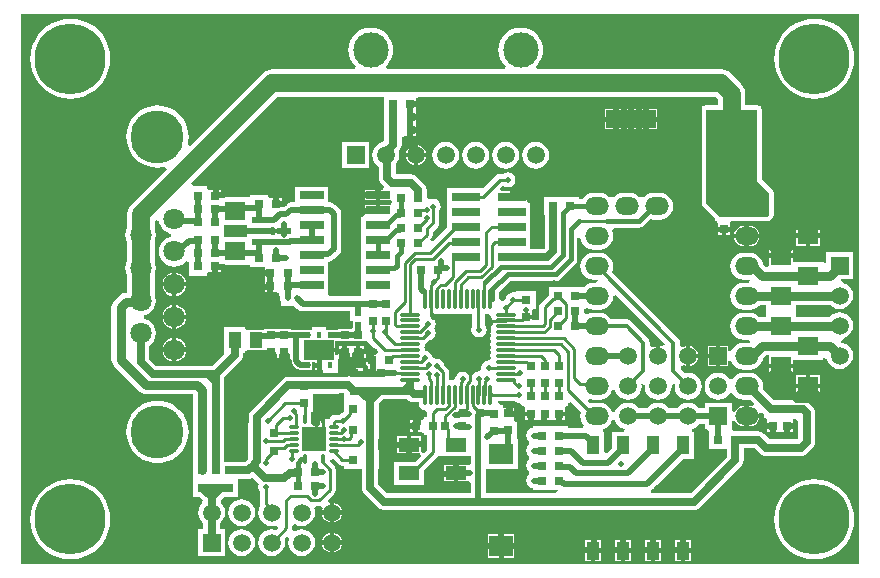
<source format=gtl>
G04*
G04 #@! TF.GenerationSoftware,Altium Limited,Altium Designer,20.0.13 (296)*
G04*
G04 Layer_Physical_Order=1*
G04 Layer_Color=255*
%FSLAX25Y25*%
%MOIN*%
G70*
G01*
G75*
%ADD11C,0.01000*%
%ADD18C,0.01500*%
%ADD21R,0.02953X0.03150*%
%ADD22R,0.07000X0.06400*%
%ADD23R,0.03150X0.02953*%
%ADD24R,0.08000X0.02600*%
%ADD25R,0.05118X0.02362*%
%ADD26R,0.01772X0.01772*%
%ADD27O,0.01181X0.03347*%
%ADD28O,0.03347X0.01181*%
G04:AMPARAMS|DCode=29|XSize=68.9mil|YSize=98.43mil|CornerRadius=3.45mil|HoleSize=0mil|Usage=FLASHONLY|Rotation=90.000|XOffset=0mil|YOffset=0mil|HoleType=Round|Shape=RoundedRectangle|*
%AMROUNDEDRECTD29*
21,1,0.06890,0.09153,0,0,90.0*
21,1,0.06201,0.09843,0,0,90.0*
1,1,0.00689,0.04577,0.03100*
1,1,0.00689,0.04577,-0.03100*
1,1,0.00689,-0.04577,-0.03100*
1,1,0.00689,-0.04577,0.03100*
%
%ADD29ROUNDEDRECTD29*%
%ADD30R,0.01772X0.01968*%
%ADD31R,0.04200X0.05500*%
%ADD32R,0.02165X0.01772*%
%ADD33R,0.09449X0.02992*%
%ADD34R,0.16535X0.05906*%
%ADD35R,0.03150X0.03150*%
%ADD36R,0.04331X0.05906*%
%ADD37R,0.07874X0.07087*%
%ADD38R,0.07087X0.04724*%
%ADD39O,0.07087X0.01181*%
%ADD40O,0.01181X0.07087*%
%ADD71R,0.07874X0.07874*%
%ADD72C,0.02500*%
%ADD73C,0.01900*%
%ADD74C,0.02000*%
%ADD75C,0.03000*%
%ADD76C,0.06000*%
%ADD77C,0.01400*%
%ADD78C,0.17717*%
%ADD79C,0.07087*%
%ADD80C,0.05906*%
%ADD81R,0.05906X0.05906*%
%ADD82C,0.11811*%
%ADD83C,0.23622*%
%ADD84O,0.07874X0.05906*%
%ADD85O,0.07874X0.05906*%
%ADD86R,0.05906X0.05906*%
%ADD87C,0.01968*%
G36*
X278725Y803D02*
X-697D01*
X-697Y184237D01*
X278725D01*
Y803D01*
D02*
G37*
%LPC*%
G36*
X165900Y179641D02*
X164448Y179498D01*
X163052Y179075D01*
X161766Y178387D01*
X160638Y177462D01*
X159713Y176334D01*
X159025Y175048D01*
X158602Y173652D01*
X158459Y172200D01*
X158602Y170748D01*
X159025Y169352D01*
X159713Y168066D01*
X160638Y166938D01*
X160881Y166739D01*
X160523Y165739D01*
X121277D01*
X120919Y166739D01*
X121162Y166938D01*
X122087Y168066D01*
X122775Y169352D01*
X123198Y170748D01*
X123341Y172200D01*
X123198Y173652D01*
X122775Y175048D01*
X122087Y176334D01*
X121162Y177462D01*
X120034Y178387D01*
X118748Y179075D01*
X117352Y179498D01*
X115900Y179641D01*
X114448Y179498D01*
X113052Y179075D01*
X111766Y178387D01*
X110638Y177462D01*
X109713Y176334D01*
X109025Y175048D01*
X108602Y173652D01*
X108459Y172200D01*
X108602Y170748D01*
X109025Y169352D01*
X109713Y168066D01*
X110638Y166938D01*
X110881Y166739D01*
X110523Y165739D01*
X83100D01*
X81925Y165584D01*
X80831Y165131D01*
X79891Y164409D01*
X55729Y140248D01*
X54823Y140756D01*
X55053Y141715D01*
X55181Y143340D01*
X55053Y144966D01*
X54672Y146551D01*
X54048Y148057D01*
X53197Y149447D01*
X52138Y150687D01*
X50898Y151746D01*
X49508Y152598D01*
X48001Y153222D01*
X46416Y153603D01*
X44791Y153730D01*
X43165Y153603D01*
X41580Y153222D01*
X40073Y152598D01*
X38683Y151746D01*
X37444Y150687D01*
X36385Y149447D01*
X35533Y148057D01*
X34909Y146551D01*
X34528Y144966D01*
X34400Y143340D01*
X34528Y141715D01*
X34909Y140129D01*
X35533Y138623D01*
X36385Y137233D01*
X37444Y135993D01*
X38683Y134934D01*
X40073Y134082D01*
X41580Y133458D01*
X43165Y133078D01*
X44791Y132950D01*
X46416Y133078D01*
X47375Y133308D01*
X47883Y132402D01*
X36117Y120636D01*
X35396Y119696D01*
X34942Y118601D01*
X34788Y117427D01*
Y113032D01*
X34286Y111822D01*
X34113Y110505D01*
X34286Y109189D01*
X34788Y107979D01*
Y102127D01*
X34286Y100917D01*
X34113Y99600D01*
X34286Y98283D01*
X34788Y97073D01*
Y91226D01*
X34257D01*
X33474Y91123D01*
X32744Y90820D01*
X32118Y90340D01*
X30360Y88582D01*
X29880Y87956D01*
X29577Y87226D01*
X29474Y86443D01*
Y69000D01*
X29577Y68217D01*
X29880Y67487D01*
X30360Y66860D01*
X38860Y58360D01*
X38860Y58360D01*
X39487Y57880D01*
X40217Y57577D01*
X41000Y57474D01*
X41000Y57474D01*
X56674D01*
Y35031D01*
X56625D01*
Y29078D01*
Y23369D01*
X58852D01*
X59854Y22368D01*
X59797Y21232D01*
X59724Y21176D01*
X59010Y20246D01*
X58562Y19162D01*
X58409Y18000D01*
X58562Y16838D01*
X59010Y15754D01*
X59724Y14824D01*
X60126Y14516D01*
Y12453D01*
X58447D01*
Y3547D01*
X67353D01*
Y12453D01*
X65674D01*
Y14516D01*
X66076Y14824D01*
X66790Y15754D01*
X67238Y16838D01*
X67391Y18000D01*
X67238Y19162D01*
X66790Y20246D01*
X66076Y21176D01*
X66003Y21232D01*
X65946Y22368D01*
X66948Y23369D01*
X71775D01*
Y29281D01*
X75054D01*
X75772Y29375D01*
X76441Y29652D01*
X76517Y29710D01*
X78689Y27539D01*
X78700Y27530D01*
X78660Y27469D01*
X78467Y26500D01*
X78660Y25531D01*
X78961Y25080D01*
Y21039D01*
X79096Y20357D01*
X79010Y20246D01*
X78562Y19162D01*
X78409Y18000D01*
X78562Y16838D01*
X79010Y15754D01*
X79724Y14824D01*
X80654Y14110D01*
X81738Y13662D01*
X82900Y13509D01*
X84062Y13662D01*
X84406Y13804D01*
X84973Y12957D01*
X84269Y12253D01*
X84062Y12338D01*
X82900Y12491D01*
X81738Y12338D01*
X80654Y11890D01*
X79724Y11176D01*
X79010Y10246D01*
X78562Y9162D01*
X78409Y8000D01*
X78562Y6838D01*
X79010Y5754D01*
X79724Y4824D01*
X80654Y4110D01*
X81738Y3662D01*
X82900Y3509D01*
X84062Y3662D01*
X85146Y4110D01*
X86076Y4824D01*
X86790Y5754D01*
X87238Y6838D01*
X87391Y8000D01*
X87238Y9162D01*
X87153Y9369D01*
X87857Y10073D01*
X88704Y9506D01*
X88562Y9162D01*
X88409Y8000D01*
X88562Y6838D01*
X89011Y5754D01*
X89724Y4824D01*
X90654Y4110D01*
X91738Y3662D01*
X92900Y3509D01*
X94062Y3662D01*
X95146Y4110D01*
X96076Y4824D01*
X96789Y5754D01*
X97238Y6838D01*
X97391Y8000D01*
X97238Y9162D01*
X96789Y10246D01*
X96076Y11176D01*
X95146Y11890D01*
X94062Y12338D01*
X92900Y12491D01*
X91738Y12338D01*
X90654Y11890D01*
X90518Y11785D01*
X89611Y12349D01*
X89691Y12752D01*
Y13589D01*
X90654Y14110D01*
X91738Y13662D01*
X92900Y13509D01*
X94062Y13662D01*
X95146Y14110D01*
X96076Y14824D01*
X96789Y15754D01*
X97238Y16838D01*
X97391Y18000D01*
X97238Y19162D01*
X97147Y19382D01*
X97703Y20213D01*
X98752D01*
X99177Y20298D01*
X99478Y20068D01*
X99891Y19497D01*
X99634Y18875D01*
X99617Y18750D01*
X102150D01*
Y21283D01*
X102070Y21272D01*
X101994Y21336D01*
X101555Y22171D01*
X103642Y24258D01*
X104084Y24920D01*
X104239Y25700D01*
X104239Y25700D01*
Y32377D01*
X104084Y33158D01*
X103642Y33819D01*
X102327Y35134D01*
X102412Y35446D01*
X103528Y35744D01*
X105014Y34258D01*
X105676Y33816D01*
X106456Y33661D01*
X106869D01*
Y32625D01*
X112926D01*
Y26300D01*
X113021Y25582D01*
X113298Y24913D01*
X113739Y24339D01*
X118339Y19739D01*
X118913Y19298D01*
X119582Y19021D01*
X120300Y18926D01*
X223700D01*
X224418Y19021D01*
X225087Y19298D01*
X225661Y19739D01*
X239370Y33447D01*
X239811Y34022D01*
X240088Y34691D01*
X240182Y35409D01*
Y39225D01*
X240385D01*
Y39526D01*
X243951D01*
X245739Y37739D01*
X246313Y37298D01*
X246982Y37021D01*
X247700Y36926D01*
X259200D01*
X259918Y37021D01*
X260587Y37298D01*
X261161Y37739D01*
X263161Y39739D01*
X263602Y40313D01*
X263879Y40982D01*
X263974Y41700D01*
Y51328D01*
X263879Y52046D01*
X263602Y52715D01*
X263161Y53290D01*
X261990Y54461D01*
X261415Y54902D01*
X260746Y55179D01*
X260028Y55274D01*
X257675D01*
Y55476D01*
X253175D01*
Y55531D01*
X250292D01*
X246553Y59270D01*
X246675Y60200D01*
X246522Y61362D01*
X246074Y62446D01*
X245360Y63376D01*
X244430Y64090D01*
X243347Y64538D01*
X242184Y64691D01*
X240216D01*
X239053Y64538D01*
X237970Y64090D01*
X237040Y63376D01*
X236551Y62738D01*
X236287Y62658D01*
X235629D01*
X235365Y62738D01*
X234876Y63376D01*
X233946Y64090D01*
X232862Y64538D01*
X231700Y64691D01*
X230538Y64538D01*
X229454Y64090D01*
X228524Y63376D01*
X227811Y62446D01*
X227362Y61362D01*
X227209Y60200D01*
X227362Y59038D01*
X227811Y57954D01*
X228524Y57024D01*
X229454Y56310D01*
X230538Y55862D01*
X231700Y55709D01*
X232862Y55862D01*
X233946Y56310D01*
X234876Y57024D01*
X235365Y57662D01*
X235629Y57742D01*
X236287D01*
X236551Y57662D01*
X237040Y57024D01*
X237970Y56310D01*
X239053Y55862D01*
X240216Y55709D01*
X242184D01*
X242259Y55719D01*
X243689Y54288D01*
X243123Y53440D01*
X243059Y53466D01*
X242184Y53582D01*
X241950D01*
Y50950D01*
X245467D01*
X245451Y51075D01*
X245424Y51139D01*
X246272Y51705D01*
X247025Y50952D01*
Y49578D01*
X247777D01*
X248125Y48722D01*
X248125Y48578D01*
Y47596D01*
X250100D01*
Y46846D01*
X250850D01*
Y44969D01*
X251648D01*
X252625Y44915D01*
X253052Y44915D01*
X253850D01*
Y46791D01*
X254600D01*
Y47541D01*
X256575D01*
Y48524D01*
X256575Y48668D01*
X256794Y49207D01*
X257600Y49344D01*
X258426Y48658D01*
Y42849D01*
X258051Y42474D01*
X248849D01*
X247061Y44261D01*
X246487Y44702D01*
X245818Y44979D01*
X245100Y45074D01*
X240385D01*
Y45375D01*
X236999D01*
X236153Y45747D01*
Y48635D01*
X237153Y48834D01*
X237287Y48509D01*
X237825Y47809D01*
X238525Y47271D01*
X239340Y46934D01*
X240216Y46818D01*
X240450D01*
Y50200D01*
Y53582D01*
X240216D01*
X239340Y53466D01*
X238525Y53129D01*
X237825Y52591D01*
X237287Y51891D01*
X237153Y51566D01*
X236153Y51765D01*
Y54653D01*
X227247D01*
Y52749D01*
X225357D01*
X224876Y53376D01*
X223946Y54089D01*
X222862Y54538D01*
X221700Y54691D01*
X220538Y54538D01*
X219454Y54089D01*
X218524Y53376D01*
X218043Y52749D01*
X215357D01*
X214876Y53376D01*
X213946Y54089D01*
X212862Y54538D01*
X211700Y54691D01*
X210538Y54538D01*
X209454Y54089D01*
X208524Y53376D01*
X208043Y52749D01*
X205357D01*
X204876Y53376D01*
X203946Y54089D01*
X202862Y54538D01*
X201700Y54691D01*
X200538Y54538D01*
X199454Y54089D01*
X198524Y53376D01*
X197810Y52446D01*
X197457Y51592D01*
X197353Y51566D01*
X196531D01*
X196427Y51592D01*
X196074Y52446D01*
X195360Y53376D01*
X194430Y54089D01*
X193347Y54538D01*
X192184Y54691D01*
X190216D01*
X189053Y54538D01*
X188847Y54453D01*
X188143Y55156D01*
X188709Y56004D01*
X189053Y55862D01*
X190216Y55709D01*
X192184D01*
X193347Y55862D01*
X194430Y56310D01*
X195360Y57024D01*
X196074Y57954D01*
X196427Y58808D01*
X196531Y58834D01*
X197353D01*
X197457Y58808D01*
X197810Y57954D01*
X198524Y57024D01*
X199454Y56310D01*
X200538Y55862D01*
X201700Y55709D01*
X202862Y55862D01*
X203946Y56310D01*
X204876Y57024D01*
X205590Y57954D01*
X206038Y59038D01*
X206191Y60200D01*
X206107Y60839D01*
X206304Y60987D01*
X207241Y60442D01*
X207209Y60200D01*
X207362Y59038D01*
X207810Y57954D01*
X208524Y57024D01*
X209454Y56310D01*
X210538Y55862D01*
X211700Y55709D01*
X212862Y55862D01*
X213946Y56310D01*
X214876Y57024D01*
X215589Y57954D01*
X216038Y59038D01*
X216191Y60200D01*
X216159Y60442D01*
X217096Y60987D01*
X217293Y60839D01*
X217209Y60200D01*
X217362Y59038D01*
X217811Y57954D01*
X218524Y57024D01*
X219454Y56310D01*
X220538Y55862D01*
X221700Y55709D01*
X222862Y55862D01*
X223946Y56310D01*
X224876Y57024D01*
X225589Y57954D01*
X226038Y59038D01*
X226191Y60200D01*
X226038Y61362D01*
X225589Y62446D01*
X224876Y63376D01*
X223946Y64090D01*
X222862Y64538D01*
X221700Y64691D01*
X220538Y64538D01*
X220535Y64537D01*
X219192Y65880D01*
X219279Y66671D01*
X219353Y66732D01*
X220201Y67192D01*
X220825Y66934D01*
X220950Y66917D01*
Y70200D01*
Y73483D01*
X220825Y73466D01*
X220009Y73129D01*
X219990Y73114D01*
X218990Y73607D01*
Y74653D01*
X218820Y75511D01*
X218333Y76239D01*
X196233Y98339D01*
X196522Y99038D01*
X196675Y100200D01*
X196522Y101362D01*
X196074Y102446D01*
X195360Y103376D01*
X194430Y104089D01*
X193347Y104538D01*
X192184Y104691D01*
X190216D01*
X189053Y104538D01*
X187970Y104089D01*
X187040Y103376D01*
X186326Y102446D01*
X185878Y101362D01*
X185725Y100200D01*
X185878Y99038D01*
X186326Y97954D01*
X187040Y97024D01*
X187970Y96311D01*
X189053Y95862D01*
X190216Y95709D01*
X191523D01*
X191537Y95691D01*
X191060Y94691D01*
X190216D01*
X189053Y94538D01*
X187970Y94090D01*
X187040Y93376D01*
X186963Y93275D01*
X175369D01*
Y90684D01*
X175160Y90544D01*
X175160Y90544D01*
X172558Y87942D01*
X172116Y87280D01*
X171961Y86500D01*
Y82179D01*
X169775D01*
Y82541D01*
X167800D01*
Y84041D01*
X169775D01*
Y85168D01*
X169775D01*
X170123Y86024D01*
X170875D01*
Y91976D01*
X164725D01*
Y91976D01*
X163725Y91483D01*
X163475Y91533D01*
X162506Y91340D01*
X161684Y90791D01*
X161135Y89969D01*
X161029Y89438D01*
X160407Y88816D01*
X159876Y88710D01*
X159576Y88510D01*
X158677Y89112D01*
X158694Y89200D01*
Y91450D01*
X162450Y95206D01*
X177500D01*
X178378Y95381D01*
X179122Y95878D01*
X184122Y100878D01*
X184619Y101622D01*
X184794Y102500D01*
Y109607D01*
X185794Y109672D01*
X185878Y109038D01*
X186326Y107954D01*
X187040Y107024D01*
X187970Y106310D01*
X189053Y105862D01*
X190216Y105709D01*
X192184D01*
X193347Y105862D01*
X194430Y106310D01*
X195360Y107024D01*
X196074Y107954D01*
X196522Y109038D01*
X196675Y110200D01*
X196522Y111362D01*
X196300Y111898D01*
X196928Y112898D01*
X205208D01*
X206086Y113073D01*
X206830Y113570D01*
X209114Y115854D01*
X210216Y115709D01*
X212184D01*
X213347Y115862D01*
X214430Y116311D01*
X215360Y117024D01*
X216074Y117954D01*
X216522Y119038D01*
X216675Y120200D01*
X216522Y121362D01*
X216074Y122446D01*
X215360Y123376D01*
X214430Y124090D01*
X213347Y124538D01*
X212184Y124691D01*
X210216D01*
X209053Y124538D01*
X207970Y124090D01*
X207040Y123376D01*
X206830Y123102D01*
X205570D01*
X205360Y123376D01*
X204430Y124090D01*
X203347Y124538D01*
X202184Y124691D01*
X200216D01*
X199053Y124538D01*
X197970Y124090D01*
X197040Y123376D01*
X196830Y123102D01*
X195570D01*
X195360Y123376D01*
X194430Y124090D01*
X193347Y124538D01*
X192184Y124691D01*
X190216D01*
X189053Y124538D01*
X187970Y124090D01*
X187040Y123376D01*
X186363Y122494D01*
X185176D01*
Y123275D01*
X173515D01*
Y117125D01*
X173826D01*
Y106268D01*
X173532Y105974D01*
X169124D01*
Y110304D01*
Y115304D01*
Y121296D01*
X168980D01*
X168024Y121404D01*
Y122550D01*
X162900D01*
Y123300D01*
X162150D01*
Y125196D01*
X159387D01*
X159004Y126120D01*
X159796Y126912D01*
X160136D01*
X160587Y126611D01*
X161556Y126418D01*
X162525Y126611D01*
X163347Y127160D01*
X163896Y127982D01*
X164089Y128951D01*
X163896Y129920D01*
X163347Y130742D01*
X162525Y131291D01*
X161556Y131484D01*
X160587Y131291D01*
X160136Y130990D01*
X158951D01*
X158171Y130835D01*
X157509Y130393D01*
X153412Y126296D01*
X141321D01*
Y120304D01*
Y115304D01*
Y113188D01*
X136546Y108412D01*
X135461Y108741D01*
X135457Y108762D01*
X135942Y109248D01*
X136384Y109909D01*
X136539Y110690D01*
Y111655D01*
X138179Y113295D01*
X138621Y113957D01*
X138776Y114737D01*
X138776Y114737D01*
Y118624D01*
X139077Y119074D01*
X139270Y120043D01*
X139077Y121013D01*
X138528Y121834D01*
X137706Y122383D01*
X136737Y122576D01*
X135768Y122383D01*
X134785Y122929D01*
Y125975D01*
X134315D01*
X134262Y126382D01*
X133984Y127050D01*
X133544Y127625D01*
X131178Y129990D01*
X130604Y130431D01*
X129935Y130708D01*
X129217Y130803D01*
X124218D01*
Y134209D01*
X124790Y134954D01*
X125238Y136038D01*
X125391Y137200D01*
X125238Y138362D01*
X125187Y138486D01*
X125353Y138652D01*
X125793Y139226D01*
X126070Y139895D01*
X126165Y140613D01*
Y142325D01*
X126422D01*
Y143077D01*
X127278Y143425D01*
X127422Y143425D01*
X128404D01*
Y145400D01*
X129154D01*
Y146150D01*
X131031D01*
Y146825D01*
X131031Y147375D01*
X131031Y148375D01*
Y149050D01*
X129154D01*
Y150550D01*
X131031D01*
Y151348D01*
X131031Y151775D01*
X130976Y152752D01*
Y153550D01*
X129100D01*
Y155050D01*
X130976D01*
Y156275D01*
X131816Y156661D01*
X230785D01*
X231641Y155805D01*
Y153729D01*
X227700D01*
X227115Y153613D01*
X227025Y153553D01*
X226412D01*
Y152972D01*
X226287Y152785D01*
X226171Y152200D01*
Y121200D01*
X226287Y120615D01*
X226619Y120119D01*
X230625Y116112D01*
Y115178D01*
X231377D01*
X231725Y114322D01*
X231725Y114178D01*
Y113196D01*
X235675D01*
Y114171D01*
X235675Y114322D01*
X236040Y115171D01*
X248200D01*
X248785Y115287D01*
X249281Y115619D01*
X249781Y116119D01*
X250113Y116615D01*
X250229Y117200D01*
Y124700D01*
X250113Y125285D01*
X249781Y125781D01*
X246229Y129333D01*
Y152200D01*
X246113Y152785D01*
X245947Y153033D01*
Y153553D01*
X245375D01*
X245285Y153613D01*
X244700Y153729D01*
X240718D01*
Y157685D01*
X240564Y158860D01*
X240110Y159955D01*
X239389Y160895D01*
X239389Y160895D01*
X235874Y164409D01*
X234934Y165131D01*
X233840Y165584D01*
X232665Y165739D01*
X171277D01*
X170919Y166739D01*
X171162Y166938D01*
X172087Y168066D01*
X172775Y169352D01*
X173198Y170748D01*
X173341Y172200D01*
X173198Y173652D01*
X172775Y175048D01*
X172087Y176334D01*
X171162Y177462D01*
X170034Y178387D01*
X168748Y179075D01*
X167352Y179498D01*
X165900Y179641D01*
D02*
G37*
G36*
X263779Y182643D02*
X261691Y182479D01*
X259653Y181990D01*
X257718Y181188D01*
X255931Y180094D01*
X254338Y178733D01*
X252977Y177140D01*
X251883Y175353D01*
X251081Y173417D01*
X250592Y171380D01*
X250427Y169291D01*
X250592Y167203D01*
X251081Y165165D01*
X251883Y163230D01*
X252977Y161443D01*
X254338Y159850D01*
X255931Y158489D01*
X257718Y157395D01*
X259653Y156593D01*
X261691Y156104D01*
X263779Y155939D01*
X265868Y156104D01*
X267906Y156593D01*
X269841Y157395D01*
X271628Y158489D01*
X273221Y159850D01*
X274582Y161443D01*
X275676Y163230D01*
X276478Y165165D01*
X276967Y167203D01*
X277132Y169291D01*
X276967Y171380D01*
X276478Y173417D01*
X275676Y175353D01*
X274582Y177140D01*
X273221Y178733D01*
X271628Y180094D01*
X269841Y181188D01*
X267906Y181990D01*
X265868Y182479D01*
X263779Y182643D01*
D02*
G37*
G36*
X15748D02*
X13659Y182479D01*
X11622Y181990D01*
X9686Y181188D01*
X7900Y180094D01*
X6307Y178733D01*
X4946Y177140D01*
X3851Y175353D01*
X3049Y173417D01*
X2560Y171380D01*
X2396Y169291D01*
X2560Y167203D01*
X3049Y165165D01*
X3851Y163230D01*
X4946Y161443D01*
X6307Y159850D01*
X7900Y158489D01*
X9686Y157395D01*
X11622Y156593D01*
X13659Y156104D01*
X15748Y155939D01*
X17837Y156104D01*
X19874Y156593D01*
X21810Y157395D01*
X23596Y158489D01*
X25189Y159850D01*
X26550Y161443D01*
X27645Y163230D01*
X28447Y165165D01*
X28936Y167203D01*
X29100Y169291D01*
X28936Y171380D01*
X28447Y173417D01*
X27645Y175353D01*
X26550Y177140D01*
X25189Y178733D01*
X23596Y180094D01*
X21810Y181188D01*
X19874Y181990D01*
X17837Y182479D01*
X15748Y182643D01*
D02*
G37*
G36*
X211288Y152453D02*
X203370D01*
Y149850D01*
X211288D01*
Y152453D01*
D02*
G37*
G36*
X201870D02*
X193953D01*
Y149850D01*
X201870D01*
Y152453D01*
D02*
G37*
G36*
X211288Y148350D02*
X203370D01*
Y145747D01*
X211288D01*
Y148350D01*
D02*
G37*
G36*
X201870D02*
X193953D01*
Y145747D01*
X201870D01*
Y148350D01*
D02*
G37*
G36*
X131031Y144650D02*
X129904D01*
Y143425D01*
X131031D01*
Y144650D01*
D02*
G37*
G36*
X131650Y140483D02*
Y137950D01*
X134183D01*
X134167Y138075D01*
X133829Y138891D01*
X133291Y139591D01*
X132591Y140129D01*
X131775Y140466D01*
X131650Y140483D01*
D02*
G37*
G36*
X130150D02*
X130025Y140466D01*
X129209Y140129D01*
X128509Y139591D01*
X127971Y138891D01*
X127634Y138075D01*
X127617Y137950D01*
X130150D01*
Y140483D01*
D02*
G37*
G36*
X134183Y136450D02*
X131650D01*
Y133917D01*
X131775Y133933D01*
X132591Y134271D01*
X133291Y134809D01*
X133829Y135509D01*
X134167Y136325D01*
X134183Y136450D01*
D02*
G37*
G36*
X130150D02*
X127617D01*
X127634Y136325D01*
X127971Y135509D01*
X128509Y134809D01*
X129209Y134271D01*
X130025Y133933D01*
X130150Y133917D01*
Y136450D01*
D02*
G37*
G36*
X170900Y141691D02*
X169738Y141538D01*
X168654Y141089D01*
X167724Y140376D01*
X167010Y139446D01*
X166562Y138362D01*
X166409Y137200D01*
X166562Y136038D01*
X167010Y134954D01*
X167724Y134024D01*
X168654Y133310D01*
X169738Y132862D01*
X170900Y132709D01*
X172062Y132862D01*
X173146Y133310D01*
X174076Y134024D01*
X174790Y134954D01*
X175238Y136038D01*
X175391Y137200D01*
X175238Y138362D01*
X174790Y139446D01*
X174076Y140376D01*
X173146Y141089D01*
X172062Y141538D01*
X170900Y141691D01*
D02*
G37*
G36*
X160900D02*
X159738Y141538D01*
X158654Y141089D01*
X157724Y140376D01*
X157010Y139446D01*
X156562Y138362D01*
X156409Y137200D01*
X156562Y136038D01*
X157010Y134954D01*
X157724Y134024D01*
X158654Y133310D01*
X159738Y132862D01*
X160900Y132709D01*
X162062Y132862D01*
X163146Y133310D01*
X164076Y134024D01*
X164789Y134954D01*
X165238Y136038D01*
X165391Y137200D01*
X165238Y138362D01*
X164789Y139446D01*
X164076Y140376D01*
X163146Y141089D01*
X162062Y141538D01*
X160900Y141691D01*
D02*
G37*
G36*
X150900D02*
X149738Y141538D01*
X148654Y141089D01*
X147724Y140376D01*
X147011Y139446D01*
X146562Y138362D01*
X146409Y137200D01*
X146562Y136038D01*
X147011Y134954D01*
X147724Y134024D01*
X148654Y133310D01*
X149738Y132862D01*
X150900Y132709D01*
X152062Y132862D01*
X153146Y133310D01*
X154076Y134024D01*
X154789Y134954D01*
X155238Y136038D01*
X155391Y137200D01*
X155238Y138362D01*
X154789Y139446D01*
X154076Y140376D01*
X153146Y141089D01*
X152062Y141538D01*
X150900Y141691D01*
D02*
G37*
G36*
X140900D02*
X139738Y141538D01*
X138654Y141089D01*
X137724Y140376D01*
X137011Y139446D01*
X136562Y138362D01*
X136409Y137200D01*
X136562Y136038D01*
X137011Y134954D01*
X137724Y134024D01*
X138654Y133310D01*
X139738Y132862D01*
X140900Y132709D01*
X142062Y132862D01*
X143146Y133310D01*
X144076Y134024D01*
X144790Y134954D01*
X145238Y136038D01*
X145391Y137200D01*
X145238Y138362D01*
X144790Y139446D01*
X144076Y140376D01*
X143146Y141089D01*
X142062Y141538D01*
X140900Y141691D01*
D02*
G37*
G36*
X168024Y125196D02*
X163650D01*
Y124050D01*
X168024D01*
Y125196D01*
D02*
G37*
G36*
X265600Y114000D02*
X262450D01*
Y111150D01*
X265600D01*
Y114000D01*
D02*
G37*
G36*
X260950D02*
X257800D01*
Y111150D01*
X260950D01*
Y114000D01*
D02*
G37*
G36*
X242184Y113582D02*
X241950D01*
Y110950D01*
X245467D01*
X245451Y111075D01*
X245113Y111891D01*
X244576Y112591D01*
X243875Y113129D01*
X243059Y113467D01*
X242184Y113582D01*
D02*
G37*
G36*
X240450D02*
X240216D01*
X239340Y113467D01*
X238525Y113129D01*
X237825Y112591D01*
X237287Y111891D01*
X236949Y111075D01*
X236933Y110950D01*
X240450D01*
Y113582D01*
D02*
G37*
G36*
X235675Y111696D02*
X234450D01*
Y110569D01*
X235675D01*
Y111696D01*
D02*
G37*
G36*
X232950D02*
X231725D01*
Y110569D01*
X232950D01*
Y111696D01*
D02*
G37*
G36*
X245467Y109450D02*
X241950D01*
Y106818D01*
X242184D01*
X243059Y106933D01*
X243875Y107271D01*
X244576Y107809D01*
X245113Y108509D01*
X245451Y109325D01*
X245467Y109450D01*
D02*
G37*
G36*
X240450D02*
X236933D01*
X236949Y109325D01*
X237287Y108509D01*
X237825Y107809D01*
X238525Y107271D01*
X239340Y106933D01*
X240216Y106818D01*
X240450D01*
Y109450D01*
D02*
G37*
G36*
X265600Y109650D02*
X262450D01*
Y106800D01*
X265600D01*
Y109650D01*
D02*
G37*
G36*
X260950D02*
X257800D01*
Y106800D01*
X260950D01*
Y109650D01*
D02*
G37*
G36*
X256500Y107300D02*
X253350D01*
Y104450D01*
X256500D01*
Y107300D01*
D02*
G37*
G36*
X251850D02*
X248700D01*
Y104450D01*
X251850D01*
Y107300D01*
D02*
G37*
G36*
X276653Y104753D02*
X267747D01*
Y101078D01*
X267700Y101035D01*
X266700Y101471D01*
Y101700D01*
X257500D01*
X256700Y101700D01*
X256500Y102617D01*
Y102950D01*
X252600D01*
X248700D01*
Y101026D01*
X248700Y100100D01*
X247731Y100026D01*
X247424D01*
X246588Y100861D01*
X246522Y101362D01*
X246074Y102446D01*
X245360Y103376D01*
X244430Y104089D01*
X243347Y104538D01*
X242184Y104691D01*
X240216D01*
X239053Y104538D01*
X237970Y104089D01*
X237040Y103376D01*
X236326Y102446D01*
X235878Y101362D01*
X235725Y100200D01*
X235878Y99038D01*
X236326Y97954D01*
X237040Y97024D01*
X237970Y96311D01*
X239053Y95862D01*
X240216Y95709D01*
X242184D01*
X242318Y95726D01*
X242352Y95678D01*
X242313Y95447D01*
X241829Y94691D01*
X240216D01*
X239053Y94538D01*
X237970Y94090D01*
X237040Y93376D01*
X236326Y92446D01*
X235878Y91362D01*
X235725Y90200D01*
X235878Y89038D01*
X236326Y87954D01*
X237040Y87024D01*
X237970Y86310D01*
X239053Y85862D01*
X240216Y85709D01*
X242184D01*
X243347Y85862D01*
X244430Y86310D01*
X245360Y87024D01*
X245513Y87224D01*
X247600D01*
X247600Y84900D01*
X247600Y84600D01*
Y83276D01*
X245437D01*
X245360Y83376D01*
X244430Y84089D01*
X243347Y84538D01*
X242184Y84691D01*
X240216D01*
X239053Y84538D01*
X237970Y84089D01*
X237040Y83376D01*
X236326Y82446D01*
X235878Y81362D01*
X235725Y80200D01*
X235878Y79038D01*
X236326Y77954D01*
X237040Y77024D01*
X237970Y76310D01*
X239053Y75862D01*
X240216Y75709D01*
X241829D01*
X242313Y74953D01*
X242352Y74722D01*
X242318Y74674D01*
X242184Y74691D01*
X240216D01*
X239053Y74538D01*
X237970Y74089D01*
X237040Y73376D01*
X236326Y72446D01*
X236053Y71785D01*
X235053Y71984D01*
Y73553D01*
X232450D01*
Y70200D01*
Y66847D01*
X235053D01*
Y68416D01*
X236053Y68615D01*
X236326Y67954D01*
X237040Y67024D01*
X237970Y66311D01*
X239053Y65862D01*
X240216Y65709D01*
X242184D01*
X243347Y65862D01*
X244430Y66311D01*
X245360Y67024D01*
X246074Y67954D01*
X246522Y69038D01*
X246588Y69539D01*
X247624Y70574D01*
X247772D01*
X248700Y70400D01*
X248700Y69574D01*
Y67550D01*
X252600D01*
X256500D01*
Y67983D01*
X256700Y68900D01*
X257500Y68900D01*
X266700D01*
Y69605D01*
X266784Y69664D01*
X267855Y69191D01*
X267862Y69138D01*
X268310Y68054D01*
X269024Y67124D01*
X269954Y66410D01*
X271038Y65962D01*
X272200Y65809D01*
X273362Y65962D01*
X274446Y66410D01*
X275376Y67124D01*
X276090Y68054D01*
X276538Y69138D01*
X276691Y70300D01*
X276538Y71462D01*
X276090Y72546D01*
X275376Y73476D01*
X274446Y74190D01*
X273362Y74638D01*
X272942Y74693D01*
X272724Y74869D01*
X272718Y74975D01*
X273339Y75959D01*
X273362Y75962D01*
X274446Y76411D01*
X275376Y77124D01*
X276090Y78054D01*
X276538Y79138D01*
X276691Y80300D01*
X276538Y81462D01*
X276090Y82546D01*
X275376Y83476D01*
X274446Y84189D01*
X273362Y84638D01*
X272200Y84791D01*
X271038Y84638D01*
X269954Y84189D01*
X269024Y83476D01*
X268871Y83276D01*
X257600D01*
X257600Y85600D01*
X257600Y85900D01*
Y87224D01*
X268948D01*
X269024Y87124D01*
X269954Y86410D01*
X271038Y85962D01*
X272200Y85809D01*
X273362Y85962D01*
X274446Y86410D01*
X275376Y87124D01*
X276090Y88054D01*
X276538Y89138D01*
X276691Y90300D01*
X276538Y91462D01*
X276090Y92546D01*
X275376Y93476D01*
X274446Y94190D01*
X273362Y94638D01*
X273327Y94643D01*
X272775Y95561D01*
X272785Y95723D01*
X272958Y95847D01*
X276653D01*
Y104753D01*
D02*
G37*
G36*
X222450Y73483D02*
Y70950D01*
X224983D01*
X224966Y71075D01*
X224629Y71891D01*
X224091Y72591D01*
X223391Y73129D01*
X222575Y73466D01*
X222450Y73483D01*
D02*
G37*
G36*
X230950Y73553D02*
X228347D01*
Y70950D01*
X230950D01*
Y73553D01*
D02*
G37*
G36*
X224983Y69450D02*
X222450D01*
Y66917D01*
X222575Y66934D01*
X223391Y67271D01*
X224091Y67809D01*
X224629Y68509D01*
X224966Y69325D01*
X224983Y69450D01*
D02*
G37*
G36*
X230950D02*
X228347D01*
Y66847D01*
X230950D01*
Y69450D01*
D02*
G37*
G36*
X256500Y66050D02*
X253350D01*
Y63200D01*
X256500D01*
Y66050D01*
D02*
G37*
G36*
X251850D02*
X248700D01*
Y63200D01*
X251850D01*
Y66050D01*
D02*
G37*
G36*
X265600Y63800D02*
X262450D01*
Y60950D01*
X265600D01*
Y63800D01*
D02*
G37*
G36*
X260950D02*
X257800D01*
Y60950D01*
X260950D01*
Y63800D01*
D02*
G37*
G36*
X265600Y59450D02*
X262450D01*
Y56600D01*
X265600D01*
Y59450D01*
D02*
G37*
G36*
X260950D02*
X257800D01*
Y56600D01*
X260950D01*
Y59450D01*
D02*
G37*
G36*
X245467Y49450D02*
X241950D01*
Y46818D01*
X242184D01*
X243059Y46934D01*
X243875Y47271D01*
X244576Y47809D01*
X245113Y48509D01*
X245451Y49325D01*
X245467Y49450D01*
D02*
G37*
G36*
X249350Y46096D02*
X248125D01*
Y44969D01*
X249350D01*
Y46096D01*
D02*
G37*
G36*
X256575Y46041D02*
X255350D01*
Y44915D01*
X256575D01*
Y46041D01*
D02*
G37*
G36*
X44791Y55345D02*
X43165Y55217D01*
X41580Y54836D01*
X40073Y54212D01*
X38683Y53360D01*
X37444Y52301D01*
X36385Y51062D01*
X35533Y49671D01*
X34909Y48165D01*
X34528Y46580D01*
X34400Y44954D01*
X34528Y43329D01*
X34909Y41743D01*
X35533Y40237D01*
X36385Y38847D01*
X37444Y37607D01*
X38683Y36548D01*
X40073Y35697D01*
X41580Y35073D01*
X43165Y34692D01*
X44791Y34564D01*
X46416Y34692D01*
X48001Y35073D01*
X49508Y35697D01*
X50898Y36548D01*
X52138Y37607D01*
X53197Y38847D01*
X54048Y40237D01*
X54672Y41743D01*
X55053Y43329D01*
X55181Y44954D01*
X55053Y46580D01*
X54672Y48165D01*
X54048Y49671D01*
X53197Y51062D01*
X52138Y52301D01*
X50898Y53360D01*
X49508Y54212D01*
X48001Y54836D01*
X46416Y55217D01*
X44791Y55345D01*
D02*
G37*
G36*
X103650Y21283D02*
Y18750D01*
X106183D01*
X106167Y18875D01*
X105829Y19691D01*
X105291Y20391D01*
X104591Y20929D01*
X103775Y21267D01*
X103650Y21283D01*
D02*
G37*
G36*
X106183Y17250D02*
X103650D01*
Y14717D01*
X103775Y14733D01*
X104591Y15071D01*
X105291Y15609D01*
X105829Y16309D01*
X106167Y17125D01*
X106183Y17250D01*
D02*
G37*
G36*
X102150D02*
X99617D01*
X99634Y17125D01*
X99971Y16309D01*
X100509Y15609D01*
X101209Y15071D01*
X102025Y14733D01*
X102150Y14717D01*
Y17250D01*
D02*
G37*
G36*
X72900Y22491D02*
X71738Y22338D01*
X70654Y21890D01*
X69724Y21176D01*
X69011Y20246D01*
X68562Y19162D01*
X68409Y18000D01*
X68562Y16838D01*
X69011Y15754D01*
X69724Y14824D01*
X70654Y14110D01*
X71738Y13662D01*
X72900Y13509D01*
X74062Y13662D01*
X75146Y14110D01*
X76076Y14824D01*
X76789Y15754D01*
X77238Y16838D01*
X77391Y18000D01*
X77238Y19162D01*
X76789Y20246D01*
X76076Y21176D01*
X75146Y21890D01*
X74062Y22338D01*
X72900Y22491D01*
D02*
G37*
G36*
X103650Y11283D02*
Y8750D01*
X106183D01*
X106167Y8875D01*
X105829Y9691D01*
X105291Y10391D01*
X104591Y10929D01*
X103775Y11266D01*
X103650Y11283D01*
D02*
G37*
G36*
X102150D02*
X102025Y11266D01*
X101209Y10929D01*
X100509Y10391D01*
X99971Y9691D01*
X99634Y8875D01*
X99617Y8750D01*
X102150D01*
Y11283D01*
D02*
G37*
G36*
X163737Y10889D02*
X160150D01*
Y7696D01*
X163737D01*
Y10889D01*
D02*
G37*
G36*
X158650D02*
X155063D01*
Y7696D01*
X158650D01*
Y10889D01*
D02*
G37*
G36*
X222565Y8733D02*
X220750D01*
Y6130D01*
X222565D01*
Y8733D01*
D02*
G37*
G36*
X212565D02*
X210750D01*
Y6130D01*
X212565D01*
Y8733D01*
D02*
G37*
G36*
X202565D02*
X200750D01*
Y6130D01*
X202565D01*
Y8733D01*
D02*
G37*
G36*
X192565D02*
X190750D01*
Y6130D01*
X192565D01*
Y8733D01*
D02*
G37*
G36*
X219250D02*
X217435D01*
Y6130D01*
X219250D01*
Y8733D01*
D02*
G37*
G36*
X199250D02*
X197435D01*
Y6130D01*
X199250D01*
Y8733D01*
D02*
G37*
G36*
X209250D02*
X207435D01*
Y6130D01*
X209250D01*
Y8733D01*
D02*
G37*
G36*
X189250D02*
X187435D01*
Y6130D01*
X189250D01*
Y8733D01*
D02*
G37*
G36*
X106183Y7250D02*
X103650D01*
Y4717D01*
X103775Y4734D01*
X104591Y5071D01*
X105291Y5609D01*
X105829Y6309D01*
X106167Y7125D01*
X106183Y7250D01*
D02*
G37*
G36*
X102150D02*
X99617D01*
X99634Y7125D01*
X99971Y6309D01*
X100509Y5609D01*
X101209Y5071D01*
X102025Y4734D01*
X102150Y4717D01*
Y7250D01*
D02*
G37*
G36*
X72900Y12491D02*
X71738Y12338D01*
X70654Y11890D01*
X69724Y11176D01*
X69011Y10246D01*
X68562Y9162D01*
X68409Y8000D01*
X68562Y6838D01*
X69011Y5754D01*
X69724Y4824D01*
X70654Y4110D01*
X71738Y3662D01*
X72900Y3509D01*
X74062Y3662D01*
X75146Y4110D01*
X76076Y4824D01*
X76789Y5754D01*
X77238Y6838D01*
X77391Y8000D01*
X77238Y9162D01*
X76789Y10246D01*
X76076Y11176D01*
X75146Y11890D01*
X74062Y12338D01*
X72900Y12491D01*
D02*
G37*
G36*
X163737Y6196D02*
X160150D01*
Y3002D01*
X163737D01*
Y6196D01*
D02*
G37*
G36*
X158650D02*
X155063D01*
Y3002D01*
X158650D01*
Y6196D01*
D02*
G37*
G36*
X263779Y29100D02*
X261691Y28936D01*
X259653Y28447D01*
X257718Y27645D01*
X255931Y26550D01*
X254338Y25189D01*
X252977Y23596D01*
X251883Y21810D01*
X251081Y19874D01*
X250592Y17837D01*
X250427Y15748D01*
X250592Y13659D01*
X251081Y11622D01*
X251883Y9686D01*
X252977Y7900D01*
X254338Y6307D01*
X255931Y4946D01*
X257718Y3851D01*
X259653Y3049D01*
X261691Y2560D01*
X263779Y2396D01*
X265868Y2560D01*
X267906Y3049D01*
X269841Y3851D01*
X271628Y4946D01*
X273221Y6307D01*
X274582Y7900D01*
X275676Y9686D01*
X276478Y11622D01*
X276967Y13659D01*
X277132Y15748D01*
X276967Y17837D01*
X276478Y19874D01*
X275676Y21810D01*
X274582Y23596D01*
X273221Y25189D01*
X271628Y26550D01*
X269841Y27645D01*
X267906Y28447D01*
X265868Y28936D01*
X263779Y29100D01*
D02*
G37*
G36*
X15748D02*
X13659Y28936D01*
X11622Y28447D01*
X9686Y27645D01*
X7900Y26550D01*
X6307Y25189D01*
X4946Y23596D01*
X3851Y21810D01*
X3049Y19874D01*
X2560Y17837D01*
X2396Y15748D01*
X2560Y13659D01*
X3049Y11622D01*
X3851Y9686D01*
X4946Y7900D01*
X6307Y6307D01*
X7900Y4946D01*
X9686Y3851D01*
X11622Y3049D01*
X13659Y2560D01*
X15748Y2396D01*
X17837Y2560D01*
X19874Y3049D01*
X21810Y3851D01*
X23596Y4946D01*
X25189Y6307D01*
X26550Y7900D01*
X27645Y9686D01*
X28447Y11622D01*
X28936Y13659D01*
X29100Y15748D01*
X28936Y17837D01*
X28447Y19874D01*
X27645Y21810D01*
X26550Y23596D01*
X25189Y25189D01*
X23596Y26550D01*
X21810Y27645D01*
X19874Y28447D01*
X17837Y28936D01*
X15748Y29100D01*
D02*
G37*
G36*
X222565Y4630D02*
X220750D01*
Y2028D01*
X222565D01*
Y4630D01*
D02*
G37*
G36*
X219250D02*
X217435D01*
Y2028D01*
X219250D01*
Y4630D01*
D02*
G37*
G36*
X212565D02*
X210750D01*
Y2028D01*
X212565D01*
Y4630D01*
D02*
G37*
G36*
X209250D02*
X207435D01*
Y2028D01*
X209250D01*
Y4630D01*
D02*
G37*
G36*
X202565D02*
X200750D01*
Y2028D01*
X202565D01*
Y4630D01*
D02*
G37*
G36*
X199250D02*
X197435D01*
Y2028D01*
X199250D01*
Y4630D01*
D02*
G37*
G36*
X192565D02*
X190750D01*
Y2028D01*
X192565D01*
Y4630D01*
D02*
G37*
G36*
X189250D02*
X187435D01*
Y2028D01*
X189250D01*
Y4630D01*
D02*
G37*
%LPD*%
G36*
X244700Y128700D02*
X248700Y124700D01*
Y117200D01*
X248200Y116700D01*
X232200D01*
X227700Y121200D01*
Y152200D01*
X244700D01*
Y128700D01*
D02*
G37*
G36*
X74607Y112959D02*
X82725D01*
Y113091D01*
X83740D01*
X83975Y112899D01*
Y112650D01*
X86934D01*
Y111150D01*
X83975D01*
Y110709D01*
X82725D01*
Y110841D01*
X74607D01*
Y109900D01*
X67031D01*
Y113900D01*
X74607D01*
Y112959D01*
D02*
G37*
G36*
X120415Y151225D02*
X120469D01*
Y146725D01*
Y142325D01*
X119903Y141560D01*
X119738Y141538D01*
X118654Y141089D01*
X117724Y140376D01*
X117010Y139446D01*
X116562Y138362D01*
X116409Y137200D01*
X116562Y136038D01*
X117010Y134954D01*
X117724Y134024D01*
X118654Y133310D01*
X118670Y133304D01*
Y129494D01*
X118765Y128776D01*
X119042Y128107D01*
X119483Y127532D01*
X120415Y126600D01*
X120001Y125600D01*
X119050D01*
Y123900D01*
Y122200D01*
X122592D01*
X123047Y121400D01*
X122592Y120600D01*
X119050D01*
Y118900D01*
X118300D01*
Y118150D01*
X113900D01*
Y117200D01*
X113107Y116700D01*
X112800D01*
Y111100D01*
Y106100D01*
Y101100D01*
Y96100D01*
Y91100D01*
X112800D01*
X112672Y90153D01*
X101928D01*
X101800Y91100D01*
X101800D01*
Y96100D01*
Y101651D01*
X102776Y101845D01*
X103602Y102398D01*
X105302Y104098D01*
X105855Y104924D01*
X106049Y105900D01*
Y117700D01*
X105855Y118675D01*
X105302Y119502D01*
X104102Y120702D01*
X103276Y121255D01*
X102300Y121449D01*
X101800D01*
Y126700D01*
X90800D01*
Y121449D01*
X89300D01*
X88324Y121255D01*
X87498Y120702D01*
X87185Y120390D01*
X86185Y120804D01*
Y122775D01*
X85059D01*
Y120800D01*
X83559D01*
Y122775D01*
X82432D01*
Y122775D01*
X81576Y123123D01*
Y123875D01*
X75624D01*
Y123300D01*
X65931D01*
Y125675D01*
X64804D01*
Y123700D01*
X63304D01*
Y125675D01*
X62178D01*
Y125675D01*
X61322Y126023D01*
Y126775D01*
X56508D01*
X56094Y127775D01*
X84980Y156661D01*
X120415D01*
Y151225D01*
D02*
G37*
G36*
X213884Y74344D02*
X213827Y73999D01*
X212716Y73408D01*
X212575Y73466D01*
X212450Y73483D01*
Y70200D01*
X210950D01*
Y73483D01*
X210825Y73466D01*
X210009Y73129D01*
X209943Y73078D01*
X208943Y73571D01*
Y74700D01*
X208772Y75558D01*
X208286Y76286D01*
X202786Y81786D01*
X202058Y82272D01*
X201200Y82443D01*
X196075D01*
X196074Y82446D01*
X195360Y83376D01*
X194430Y84089D01*
X193347Y84538D01*
X192184Y84691D01*
X190216D01*
X189053Y84538D01*
X187970Y84089D01*
X187031Y84629D01*
Y85771D01*
X187970Y86310D01*
X189053Y85862D01*
X190216Y85709D01*
X192184D01*
X193347Y85862D01*
X194430Y86310D01*
X195360Y87024D01*
X196074Y87954D01*
X196522Y89038D01*
X196668Y90145D01*
X196833Y90265D01*
X197632Y90596D01*
X213884Y74344D01*
D02*
G37*
G36*
X45396Y115189D02*
X45468Y114642D01*
X45976Y113415D01*
X46784Y112361D01*
X47838Y111553D01*
X49064Y111045D01*
X49330Y111010D01*
Y110001D01*
X49064Y109966D01*
X47838Y109458D01*
X46784Y108650D01*
X45976Y107596D01*
X45468Y106369D01*
X45294Y105053D01*
X45468Y103736D01*
X45976Y102509D01*
X46784Y101456D01*
X47838Y100647D01*
X49064Y100139D01*
X50381Y99966D01*
X51698Y100139D01*
X52925Y100647D01*
X53978Y101456D01*
X54269Y101835D01*
X55225Y101539D01*
X55269Y101496D01*
Y97025D01*
X61222D01*
Y97777D01*
X62078Y98125D01*
Y98125D01*
X63204D01*
Y100100D01*
X64704D01*
Y98125D01*
X65831D01*
Y100500D01*
X75624D01*
Y99925D01*
X79590D01*
X80569Y99875D01*
X80569Y98925D01*
Y98650D01*
X82446D01*
Y97150D01*
X80569D01*
X80569Y95650D01*
X80569Y94925D01*
Y94150D01*
X82446D01*
Y93400D01*
X83196D01*
Y91425D01*
X84178D01*
X84322Y91425D01*
X85178Y91077D01*
Y90325D01*
X85605D01*
Y89471D01*
X85799Y88495D01*
X85839Y88436D01*
Y87014D01*
X87405D01*
X88225Y86851D01*
X89046Y87014D01*
X90156D01*
X91369Y85802D01*
X92195Y85249D01*
X93171Y85055D01*
X109117D01*
Y81958D01*
X110117D01*
Y79711D01*
X109304Y79344D01*
X109152Y79331D01*
X105125D01*
Y78833D01*
X102534D01*
X102381Y78802D01*
X101086D01*
Y79802D01*
X96314D01*
Y78802D01*
X93574D01*
Y78796D01*
X89175D01*
Y79231D01*
X85025D01*
Y79231D01*
X84675D01*
Y79231D01*
X80525D01*
Y79231D01*
X80100Y78850D01*
X74900D01*
X74100Y79333D01*
Y79850D01*
X66900D01*
Y71350D01*
X66900D01*
X67054Y70977D01*
X63051Y66974D01*
X44349D01*
X41974Y69349D01*
Y73560D01*
X42797Y74192D01*
X43605Y75246D01*
X44113Y76472D01*
X44287Y77789D01*
X44113Y79106D01*
X43605Y80332D01*
X42797Y81386D01*
X41743Y82194D01*
X40517Y82702D01*
X40251Y82737D01*
Y83746D01*
X40517Y83781D01*
X41743Y84289D01*
X42797Y85098D01*
X43605Y86151D01*
X44113Y87378D01*
X44287Y88695D01*
X44113Y90011D01*
X43865Y90610D01*
Y97685D01*
X44113Y98283D01*
X44287Y99600D01*
X44113Y100917D01*
X43865Y101515D01*
Y108590D01*
X44113Y109189D01*
X44287Y110505D01*
X44113Y111822D01*
X43865Y112421D01*
Y115221D01*
X44387Y115619D01*
X45396Y115189D01*
D02*
G37*
G36*
X113775Y75378D02*
X114750Y75319D01*
X115058Y74858D01*
X118041Y71875D01*
X117627Y70875D01*
X117041D01*
Y68900D01*
X116291D01*
Y68150D01*
X114415D01*
X114415Y66925D01*
X113684Y66276D01*
X112450Y66276D01*
X111725Y66276D01*
X110950D01*
Y64400D01*
X110200D01*
Y63650D01*
X108225D01*
Y63274D01*
X105000D01*
X104306Y63182D01*
X96575D01*
Y63331D01*
X90425D01*
Y63182D01*
X88409D01*
X87691Y63088D01*
X87022Y62811D01*
X86447Y62370D01*
X76084Y52007D01*
X75643Y51433D01*
X75366Y50763D01*
X75272Y50046D01*
Y47775D01*
X75015D01*
Y41625D01*
X75015D01*
X75069Y41575D01*
Y35992D01*
X74614Y35536D01*
X74614Y35536D01*
X73905Y34828D01*
X71775D01*
Y35031D01*
X66974D01*
Y61700D01*
Y63051D01*
X72461Y68539D01*
X72902Y69113D01*
X73179Y69782D01*
X73274Y70500D01*
Y71350D01*
X74100D01*
Y71867D01*
X74900Y72350D01*
X79625D01*
X80100Y72350D01*
X80137Y72296D01*
X82600D01*
Y71546D01*
X83350D01*
Y69669D01*
X84850D01*
X85575Y69669D01*
X86350D01*
Y71546D01*
X87850D01*
Y69669D01*
X88622D01*
X89075Y69669D01*
X89622Y68896D01*
Y68400D01*
X89734Y67834D01*
X90055Y67355D01*
X91373Y66037D01*
X91852Y65716D01*
X92418Y65604D01*
X93574D01*
Y65598D01*
X96346D01*
Y66939D01*
X96374Y67082D01*
X96346Y67225D01*
Y68341D01*
X97414D01*
Y67832D01*
X98700D01*
Y67082D01*
X99450D01*
Y65698D01*
X99986D01*
X100054Y64726D01*
Y64598D01*
X104826D01*
Y68935D01*
X105164Y69641D01*
X105742Y69769D01*
X106450D01*
Y70896D01*
X105136D01*
X104662Y70406D01*
X104132Y70411D01*
X104036Y70503D01*
Y71450D01*
X98700D01*
Y72950D01*
X104036D01*
Y75300D01*
X104131Y75364D01*
X105125Y75378D01*
Y75378D01*
X109275D01*
Y75378D01*
X109625D01*
Y75378D01*
X113775D01*
X113775Y75378D01*
D02*
G37*
G36*
X137195Y84223D02*
X138010Y84061D01*
X138826Y84223D01*
X138995Y84336D01*
X139163Y84223D01*
X139979Y84061D01*
X140794Y84223D01*
X140963Y84336D01*
X141132Y84223D01*
X141947Y84061D01*
X142763Y84223D01*
X142931Y84336D01*
X143100Y84223D01*
X143916Y84061D01*
X144731Y84223D01*
X144900Y84336D01*
X145069Y84223D01*
X145884Y84061D01*
X146700Y84223D01*
X146869Y84336D01*
X147037Y84223D01*
X147853Y84061D01*
X148669Y84223D01*
X148837Y84336D01*
X149006Y84223D01*
X149751Y84075D01*
Y80105D01*
X149660Y79969D01*
X149467Y79000D01*
X149660Y78031D01*
X150209Y77209D01*
X151031Y76660D01*
X152000Y76467D01*
X152969Y76660D01*
X153791Y77209D01*
X154340Y78031D01*
X154533Y79000D01*
X154340Y79969D01*
X153829Y80734D01*
Y84075D01*
X154574Y84223D01*
X154743Y84336D01*
X154911Y84223D01*
X155733Y84033D01*
X155923Y83211D01*
X156385Y82520D01*
Y81597D01*
X155923Y80905D01*
X155761Y80090D01*
X155923Y79274D01*
X156035Y79106D01*
X155923Y78937D01*
X155761Y78121D01*
X155923Y77306D01*
X156035Y77137D01*
X155923Y76968D01*
X155761Y76153D01*
X155923Y75337D01*
X156035Y75169D01*
X155923Y75000D01*
X155761Y74184D01*
X155923Y73369D01*
X156035Y73200D01*
X155923Y73031D01*
X155761Y72216D01*
X155923Y71400D01*
X156035Y71232D01*
X155923Y71063D01*
X155761Y70247D01*
X155886Y69616D01*
X155484Y69007D01*
X155200Y68733D01*
X154231Y68540D01*
X153409Y67991D01*
X152860Y67169D01*
X152667Y66200D01*
X152721Y65927D01*
X151871Y65076D01*
X151853Y65080D01*
X150884Y64887D01*
X150062Y64338D01*
X149716Y63821D01*
X149704Y63816D01*
X148691Y63792D01*
X148605Y63821D01*
X148291Y64291D01*
X147469Y64840D01*
X146500Y65033D01*
X145531Y64840D01*
X144709Y64291D01*
X144160Y63469D01*
X143967Y62500D01*
X143100Y62177D01*
X142931Y62064D01*
X142763Y62177D01*
X142023Y62324D01*
Y64822D01*
X141868Y65602D01*
X141426Y66264D01*
X140446Y67244D01*
X140340Y67775D01*
X139791Y68597D01*
X138969Y69146D01*
X138000Y69339D01*
X137501Y69240D01*
X136832Y69420D01*
X136442Y69956D01*
X136340Y70469D01*
X135791Y71291D01*
X134969Y71840D01*
X134003Y72032D01*
X134039Y72216D01*
X133877Y73031D01*
X133765Y73200D01*
X133877Y73369D01*
X134039Y74184D01*
X134010Y74332D01*
X134629Y74746D01*
X135438Y75554D01*
X135969Y75660D01*
X136791Y76209D01*
X137340Y77031D01*
X137533Y78000D01*
X137340Y78969D01*
X136986Y79500D01*
X137340Y80031D01*
X137533Y81000D01*
X137340Y81969D01*
X136791Y82791D01*
X136360Y83079D01*
X136035Y84159D01*
X136049Y84344D01*
X136281Y84659D01*
X136503Y84685D01*
X137195Y84223D01*
D02*
G37*
G36*
X107125Y56552D02*
X107069Y55575D01*
X107069Y55575D01*
X107069D01*
Y51904D01*
X106253Y51088D01*
X105722Y50983D01*
X105272Y50682D01*
X104179D01*
X103398Y50526D01*
X102737Y50084D01*
X102151Y49499D01*
X101863Y49067D01*
X100863Y49319D01*
Y50276D01*
X100786Y50662D01*
X100603Y50936D01*
Y49193D01*
X99853D01*
Y48443D01*
X98843D01*
Y48110D01*
X98897Y47837D01*
X98838Y47604D01*
X98312Y46837D01*
X96722D01*
X96024Y47837D01*
X96079Y48110D01*
Y50276D01*
X96000Y50669D01*
X96049Y51669D01*
X96575D01*
Y57635D01*
X104909D01*
X105602Y57726D01*
X107125D01*
Y56552D01*
D02*
G37*
G36*
X164231Y54860D02*
X165200Y54667D01*
X165225Y54672D01*
X166225Y53851D01*
Y53680D01*
X166977D01*
X167325Y52824D01*
X167325Y52680D01*
Y51599D01*
X169300D01*
Y50849D01*
X170050D01*
Y48874D01*
X170925D01*
X171925Y48874D01*
X172275Y48874D01*
X173150D01*
Y50849D01*
X174650D01*
Y48874D01*
X175625D01*
X175875Y48874D01*
X176625D01*
X176875Y48874D01*
X177850D01*
Y50849D01*
X178600D01*
Y51599D01*
X180575D01*
Y52680D01*
X180575Y52824D01*
X180923Y53680D01*
X181675D01*
Y54550D01*
X182599Y54933D01*
X185963Y51569D01*
X185878Y51362D01*
X185725Y50200D01*
X185878Y49038D01*
X186326Y47954D01*
X186868Y47249D01*
X186617Y46494D01*
X186421Y46249D01*
X181531D01*
Y46775D01*
X169869D01*
Y46183D01*
X169225Y46055D01*
X168398Y45502D01*
X167845Y44675D01*
X167651Y43700D01*
X167845Y42724D01*
X168398Y41898D01*
X168542Y41801D01*
Y40599D01*
X168398Y40502D01*
X167845Y39676D01*
X167651Y38700D01*
X167845Y37725D01*
X168398Y36898D01*
X168542Y36801D01*
Y35599D01*
X168398Y35502D01*
X167845Y34675D01*
X167651Y33700D01*
X167845Y32724D01*
X168398Y31898D01*
X168542Y31801D01*
Y30599D01*
X168398Y30502D01*
X167845Y29675D01*
X167651Y28700D01*
X167845Y27724D01*
X168398Y26898D01*
X169225Y26345D01*
X169869Y26217D01*
Y25625D01*
X178046D01*
X178183Y25474D01*
X177738Y24474D01*
X154249D01*
Y32611D01*
X164837D01*
Y42698D01*
X164675D01*
Y48376D01*
X163923D01*
X163575Y49232D01*
X163575D01*
Y50359D01*
X161600D01*
Y51109D01*
X160850D01*
Y52985D01*
X159975D01*
Y53976D01*
X158958D01*
X158168Y54976D01*
X158212Y55161D01*
X163780D01*
X164231Y54860D01*
D02*
G37*
G36*
X197457Y48808D02*
X197810Y47954D01*
X198524Y47024D01*
X199454Y46310D01*
X200538Y45862D01*
X200404Y44872D01*
X196335D01*
Y39572D01*
X194665Y37902D01*
X193665Y38317D01*
Y44872D01*
X193481D01*
X193347Y45862D01*
X194430Y46310D01*
X195360Y47024D01*
X196074Y47954D01*
X196427Y48808D01*
X196531Y48834D01*
X197353D01*
X197457Y48808D01*
D02*
G37*
G36*
X128239Y55539D02*
X128813Y55098D01*
X129482Y54821D01*
X130200Y54726D01*
X131942D01*
Y54302D01*
X132104Y53487D01*
X132566Y52795D01*
X133257Y52333D01*
X133787Y52228D01*
X134096Y52125D01*
X134533Y51243D01*
X134515Y51154D01*
Y49875D01*
X133578D01*
Y49123D01*
X132722Y48775D01*
X132578Y48775D01*
X131596D01*
Y46800D01*
Y44825D01*
X132578D01*
X132722Y44825D01*
X133578Y44477D01*
Y43725D01*
X134661D01*
Y38913D01*
X133541Y37793D01*
X132569Y38236D01*
X132569Y38707D01*
Y39874D01*
X129376D01*
Y37862D01*
X131655D01*
X132196Y37862D01*
X132639Y36891D01*
X130786Y35038D01*
X123583D01*
Y27313D01*
X133669D01*
Y32154D01*
X138142Y36627D01*
X138331Y36909D01*
X139331Y36762D01*
Y36762D01*
X149151D01*
Y34339D01*
X148317Y33938D01*
X148151Y33938D01*
X145124D01*
Y31176D01*
Y28413D01*
X148151D01*
X148317Y28413D01*
X149151Y28012D01*
Y24474D01*
X121449D01*
X118474Y27449D01*
Y32625D01*
X118531D01*
Y38775D01*
X118474D01*
Y42425D01*
X118731D01*
Y48575D01*
X118731D01*
Y49425D01*
X118731D01*
Y54398D01*
X120048Y55715D01*
X122275D01*
Y55918D01*
X127860D01*
X128239Y55539D01*
D02*
G37*
G36*
X227247Y45747D02*
X227878D01*
X228724Y45375D01*
Y39225D01*
X234635D01*
Y36558D01*
X222551Y24474D01*
X209402D01*
X209396Y24488D01*
X209236Y25474D01*
X209870Y25898D01*
X219939Y35967D01*
X223665D01*
Y44872D01*
X222996D01*
X222862Y45862D01*
X223946Y46310D01*
X224876Y47024D01*
X225357Y47651D01*
X227247D01*
Y45747D01*
D02*
G37*
%LPC*%
G36*
X115353Y141653D02*
X106447D01*
Y132747D01*
X115353D01*
Y141653D01*
D02*
G37*
G36*
X117550Y125600D02*
X113900D01*
Y124650D01*
X117550D01*
Y125600D01*
D02*
G37*
G36*
Y123150D02*
X113900D01*
Y122200D01*
X117550D01*
Y123150D01*
D02*
G37*
G36*
Y120600D02*
X113900D01*
Y119650D01*
X117550D01*
Y120600D01*
D02*
G37*
G36*
X51131Y98026D02*
Y94897D01*
X54260D01*
X54223Y95177D01*
X53826Y96136D01*
X53193Y96960D01*
X52370Y97592D01*
X51411Y97989D01*
X51131Y98026D01*
D02*
G37*
G36*
X49631Y98026D02*
X49352Y97989D01*
X48392Y97592D01*
X47569Y96960D01*
X46937Y96136D01*
X46539Y95177D01*
X46503Y94897D01*
X49631D01*
Y98026D01*
D02*
G37*
G36*
X81696Y92650D02*
X80569D01*
Y91425D01*
X81696D01*
Y92650D01*
D02*
G37*
G36*
X54260Y93397D02*
X51131D01*
Y90269D01*
X51411Y90305D01*
X52370Y90703D01*
X53193Y91335D01*
X53826Y92159D01*
X54223Y93118D01*
X54260Y93397D01*
D02*
G37*
G36*
X49631D02*
X46503D01*
X46539Y93118D01*
X46937Y92159D01*
X47569Y91335D01*
X48392Y90703D01*
X49352Y90305D01*
X49631Y90269D01*
Y93397D01*
D02*
G37*
G36*
X51131Y87120D02*
Y83992D01*
X54260D01*
X54223Y84271D01*
X53826Y85230D01*
X53193Y86054D01*
X52370Y86686D01*
X51411Y87084D01*
X51131Y87120D01*
D02*
G37*
G36*
X49631Y87120D02*
X49352Y87084D01*
X48392Y86686D01*
X47569Y86054D01*
X46937Y85230D01*
X46539Y84271D01*
X46503Y83992D01*
X49631D01*
Y87120D01*
D02*
G37*
G36*
X54260Y82492D02*
X51131D01*
Y79363D01*
X51411Y79400D01*
X52370Y79797D01*
X53193Y80429D01*
X53826Y81253D01*
X54223Y82212D01*
X54260Y82492D01*
D02*
G37*
G36*
X49631D02*
X46503D01*
X46539Y82212D01*
X46937Y81253D01*
X47569Y80429D01*
X48392Y79797D01*
X49352Y79400D01*
X49631Y79363D01*
Y82492D01*
D02*
G37*
G36*
X51131Y76215D02*
Y73086D01*
X54260D01*
X54223Y73366D01*
X53826Y74325D01*
X53193Y75149D01*
X52370Y75781D01*
X51411Y76178D01*
X51131Y76215D01*
D02*
G37*
G36*
X49631Y76215D02*
X49352Y76178D01*
X48392Y75781D01*
X47569Y75149D01*
X46937Y74325D01*
X46539Y73366D01*
X46503Y73086D01*
X49631D01*
Y76215D01*
D02*
G37*
G36*
X54260Y71586D02*
X51131D01*
Y68458D01*
X51411Y68494D01*
X52370Y68892D01*
X53193Y69524D01*
X53826Y70348D01*
X54223Y71307D01*
X54260Y71586D01*
D02*
G37*
G36*
X49631D02*
X46503D01*
X46539Y71307D01*
X46937Y70348D01*
X47569Y69524D01*
X48392Y68892D01*
X49352Y68494D01*
X49631Y68458D01*
Y71586D01*
D02*
G37*
G36*
X112450Y73522D02*
Y72396D01*
X113675D01*
Y73522D01*
X112450D01*
D02*
G37*
G36*
X106450D02*
X105225D01*
Y72396D01*
X106450D01*
Y73522D01*
D02*
G37*
G36*
X109450Y73522D02*
X108725Y73522D01*
X107950D01*
Y71646D01*
Y69769D01*
X109450D01*
X110175Y69769D01*
X110950D01*
Y71646D01*
Y73522D01*
X109450D01*
D02*
G37*
G36*
X81850Y70796D02*
X80625D01*
Y69669D01*
X81850D01*
Y70796D01*
D02*
G37*
G36*
X114390Y70896D02*
X112450D01*
Y69769D01*
X113415D01*
X113675Y69769D01*
X113815Y69650D01*
X115541D01*
Y70875D01*
X114675D01*
X114415Y70875D01*
X114390Y70896D01*
D02*
G37*
G36*
X97950Y66332D02*
X97414D01*
Y65698D01*
X97950D01*
Y66332D01*
D02*
G37*
G36*
X109450Y66276D02*
X108225D01*
Y65150D01*
X109450D01*
Y66276D01*
D02*
G37*
G36*
X99103Y50936D02*
X98920Y50662D01*
X98843Y50276D01*
Y49943D01*
X99103D01*
Y50936D01*
D02*
G37*
G36*
X163575Y52985D02*
X162350D01*
Y51859D01*
X163575D01*
Y52985D01*
D02*
G37*
G36*
X180575Y50099D02*
X179350D01*
Y48874D01*
X180575D01*
Y50099D01*
D02*
G37*
G36*
X168550D02*
X167325D01*
Y48874D01*
X168550D01*
Y50099D01*
D02*
G37*
G36*
X130096Y48775D02*
X128969D01*
Y47550D01*
X130096D01*
Y48775D01*
D02*
G37*
G36*
Y46050D02*
X128969D01*
Y44825D01*
X130096D01*
Y46050D01*
D02*
G37*
G36*
X132569Y43387D02*
X129376D01*
Y41374D01*
X132569D01*
Y43387D01*
D02*
G37*
G36*
X127876D02*
X124683D01*
Y41374D01*
X127876D01*
Y43387D01*
D02*
G37*
G36*
Y39874D02*
X124683D01*
Y37862D01*
X127876D01*
Y39874D01*
D02*
G37*
G36*
X143624Y33938D02*
X140431D01*
Y31926D01*
X143624D01*
Y33938D01*
D02*
G37*
G36*
Y30426D02*
X140431D01*
Y28413D01*
X143624D01*
Y30426D01*
D02*
G37*
%LPD*%
D11*
X153300Y123300D02*
X158951Y128951D01*
X161556D01*
X89500Y38294D02*
X89769Y38563D01*
X89500Y36000D02*
Y38294D01*
X89769Y38563D02*
X90207D01*
X90302Y51540D02*
X91000Y50841D01*
X90207Y46437D02*
X90916D01*
X91000Y46521D01*
Y50841D01*
X90302Y51540D02*
Y51802D01*
X86500Y49500D02*
X89000D01*
X84189Y47189D02*
X86500Y49500D01*
X81500Y48500D02*
X87430Y54430D01*
X93284D01*
X133817Y69500D02*
X134000D01*
X132630Y68313D02*
X133817Y69500D01*
X103593Y42500D02*
X108702D01*
X109069Y51524D02*
X110046Y52500D01*
X109069Y51020D02*
Y51524D01*
X107000Y48951D02*
X109069Y51020D01*
X103593Y46437D02*
Y48057D01*
X104179Y48643D02*
X106691D01*
X103593Y48057D02*
X104179Y48643D01*
X111531Y40532D02*
X112500Y41500D01*
X103593Y40532D02*
X111531D01*
X128990Y76187D02*
X133187D01*
X135000Y78000D02*
Y78000D01*
X133187Y76187D02*
X135000Y78000D01*
X132350Y78156D02*
X135000Y80806D01*
X128990Y78156D02*
X132350D01*
X135000Y80806D02*
Y81000D01*
X124080Y64500D02*
X124099Y64482D01*
X125813D01*
X125895Y64400D01*
X119200D02*
X119300Y64500D01*
X138411Y98857D02*
X138454Y98900D01*
X138411Y96411D02*
Y98857D01*
X137000Y95000D02*
X138411Y96411D01*
X136076Y89179D02*
Y93930D01*
X137000Y94854D01*
Y95000D01*
X96900Y42500D02*
X97500Y43100D01*
Y48500D01*
X93284Y54430D02*
X93500Y54646D01*
X86750Y42000D02*
X87250Y42500D01*
X81000Y42000D02*
X86750D01*
X128955Y76153D02*
X128990Y76187D01*
X151790Y79210D02*
Y89145D01*
Y79210D02*
X152000Y79000D01*
X149000Y62000D02*
Y65000D01*
X147853Y57255D02*
X147887Y57290D01*
Y60887D01*
X149000Y62000D01*
X145884Y57255D02*
Y61622D01*
X145884Y57255D02*
X145884Y57255D01*
Y61622D02*
X146500Y62238D01*
Y62500D01*
X155332Y80832D02*
X155500Y81000D01*
X155332Y78516D02*
Y80832D01*
X154823Y78007D02*
X155332Y78516D01*
X136042Y83458D02*
Y89145D01*
Y83458D02*
X136500Y83000D01*
X153837Y57334D02*
Y61837D01*
X153758Y57255D02*
X153837Y57334D01*
Y61837D02*
X154700Y62700D01*
X151821Y57287D02*
Y62515D01*
X151790Y57255D02*
X151821Y57287D01*
Y62515D02*
X151853Y62547D01*
X138000Y66806D02*
X139984Y64822D01*
Y57261D02*
Y64822D01*
X139979Y57255D02*
X139984Y57261D01*
X138000Y64000D02*
X138010Y63990D01*
Y57255D02*
Y63990D01*
X131809Y107998D02*
X134500Y110690D01*
Y112500D02*
X136737Y114737D01*
X134500Y110690D02*
Y112500D01*
X136737Y114737D02*
Y120043D01*
X131809Y107900D02*
Y107998D01*
X134753Y115943D02*
Y116105D01*
X131809Y112900D02*
Y112998D01*
X134753Y115943D01*
X132909Y119000D02*
X134500D01*
X131809Y117900D02*
X132909Y119000D01*
X178346Y80200D02*
Y80298D01*
X181000Y82953D01*
X178346Y90102D02*
Y90200D01*
Y90102D02*
X181000Y87447D01*
Y82953D02*
Y87447D01*
X174000Y80726D02*
Y86500D01*
X163976Y80140D02*
X173414D01*
X175503Y80003D02*
Y82259D01*
X178346Y85102D01*
X173414Y80140D02*
X174000Y80726D01*
Y86500D02*
X176602Y89102D01*
X178346Y85102D02*
Y85200D01*
X173637Y78137D02*
X175503Y80003D01*
X176602Y89102D02*
X177346D01*
X160845Y78137D02*
X173637D01*
X163960Y80124D02*
X163976Y80140D01*
X163719Y80124D02*
X163960D01*
X163700Y80106D02*
X163719Y80124D01*
X185200Y115200D02*
X194700D01*
X155500Y81000D02*
Y81235D01*
X156302Y82037D01*
X160824D01*
X160845Y82058D01*
X166469D01*
X87652Y22152D02*
X89200Y23700D01*
X87652Y12752D02*
Y22152D01*
X89200Y23700D02*
X94700D01*
X136600Y102500D02*
X141907Y107807D01*
X147053D02*
X147546Y108300D01*
X141907Y107807D02*
X147053D01*
X87131Y39575D02*
X88053Y40497D01*
X84731Y39575D02*
X87131D01*
X88053Y40497D02*
X90172D01*
X83754Y38598D02*
X84731Y39575D01*
X81076Y34655D02*
Y35723D01*
X108702Y42500D02*
X109287Y43086D01*
Y44742D02*
X110046Y45500D01*
X109287Y43086D02*
Y44742D01*
X106003Y44503D02*
X107000Y45500D01*
X103628Y44503D02*
X106003D01*
X87250Y42500D02*
X90207D01*
X82900Y18000D02*
Y19139D01*
X81000Y21039D02*
Y26500D01*
Y21039D02*
X82900Y19139D01*
X81076Y35723D02*
X83754Y38402D01*
Y38500D01*
X90172Y40497D02*
X90207Y40532D01*
X83754Y38500D02*
Y38598D01*
X83700Y44700D02*
X84189Y45189D01*
Y47189D01*
X93947Y49193D02*
Y54474D01*
X129807Y31176D02*
X136700Y38069D01*
X136554Y46800D02*
X136700Y46654D01*
Y38069D02*
Y46654D01*
X140700Y46800D02*
X141676Y45824D01*
Y45163D02*
Y45824D01*
Y45163D02*
X141700Y45139D01*
Y42487D02*
Y45139D01*
Y42487D02*
X143562Y40624D01*
X144374D01*
X140700Y46800D02*
Y50200D01*
X103593Y44469D02*
X103628Y44503D01*
X106456Y35700D02*
X109846D01*
X103593Y38563D02*
X106456Y35700D01*
X94700Y23700D02*
X96148Y22252D01*
X98752D02*
X102200Y25700D01*
X96148Y22252D02*
X98752D01*
X102200Y25700D02*
Y32377D01*
X82900Y8000D02*
X87652Y12752D01*
X99853Y34724D02*
Y35807D01*
Y34724D02*
X102200Y32377D01*
X99853Y45353D02*
Y49193D01*
X99700Y45200D02*
X99853Y45353D01*
X83931Y44469D02*
X90207D01*
X83700Y44700D02*
X83931Y44469D01*
X125895Y64400D02*
X128955D01*
X155276Y66276D02*
X160810D01*
X160845Y66310D01*
X155200Y66200D02*
X155276Y66276D01*
X160845Y62373D02*
X163567D01*
X163651Y62290D01*
Y61270D02*
Y62290D01*
Y61270D02*
X164536Y60385D01*
X165015D01*
X165200Y60200D01*
X165100Y57300D02*
X165200Y57200D01*
X156170D02*
X165200D01*
X155976Y57394D02*
X156170Y57200D01*
X155782D02*
X155976Y57394D01*
X155727Y57255D02*
X155782Y57200D01*
X167687Y83291D02*
Y85687D01*
X147546Y123300D02*
X153300D01*
X135200Y62700D02*
Y64200D01*
Y62700D02*
X136042Y61858D01*
Y57255D02*
Y61858D01*
X134310Y66310D02*
X135200Y67200D01*
X128955Y68279D02*
X128990Y68313D01*
X132630D01*
X128955Y66310D02*
X134310D01*
X116500Y76300D02*
Y81846D01*
X160845Y64342D02*
X160874Y64371D01*
X165671D01*
X165700Y64400D01*
X123900Y80710D02*
Y85000D01*
X127200Y88300D02*
Y101200D01*
X123900Y85000D02*
X127200Y88300D01*
X130700Y102500D02*
X136600D01*
X130500Y104500D02*
X135517D01*
X144317Y113300D01*
X140776Y93976D02*
X143321Y96521D01*
X138101Y92875D02*
X139201Y93976D01*
X140776D01*
X138010Y89145D02*
Y92147D01*
X138101Y92237D01*
X143321Y96521D02*
Y102304D01*
X138101Y92237D02*
Y92875D01*
X136042Y89145D02*
X136076Y89179D01*
X140700Y50200D02*
X143881Y53381D01*
X141913Y53580D02*
Y57221D01*
X140757Y52424D02*
X141913Y53580D01*
X137824Y52424D02*
X140757D01*
X178600Y56754D02*
Y61100D01*
X173900Y56754D02*
Y61100D01*
X169300Y56754D02*
Y61100D01*
X160845Y68279D02*
X167731D01*
X169202Y66809D01*
X169300D01*
X173900D02*
Y68900D01*
X160845Y70247D02*
X172553D01*
X173900Y68900D01*
X178600Y66809D02*
X178700Y66909D01*
Y70600D01*
X160845Y72216D02*
X177084D01*
X178700Y70600D01*
X128955Y78121D02*
X128990Y78156D01*
X127200Y101200D02*
X130500Y104500D01*
X128626Y31176D02*
X129807D01*
X149821Y57255D02*
X149856Y57221D01*
Y53551D02*
Y57221D01*
Y53551D02*
X152209Y51198D01*
Y51100D02*
Y51198D01*
X147853Y52551D02*
Y57255D01*
X146500Y51198D02*
X147853Y52551D01*
X146500Y51100D02*
Y51198D01*
X143881Y57221D02*
X143916Y57255D01*
X143881Y53381D02*
Y57221D01*
X136554Y46800D02*
Y51154D01*
X137824Y52424D01*
X141913Y57221D02*
X141947Y57255D01*
X145919Y89179D02*
Y93919D01*
X148400Y96400D02*
X152800D01*
X145919Y93919D02*
X148400Y96400D01*
X143916Y94816D02*
X147700Y98600D01*
X152300D01*
X143916Y89145D02*
Y94816D01*
X156300Y107300D02*
X157300Y108300D01*
X162900D01*
X156200Y113300D02*
X162900D01*
X154400Y111500D02*
X156200Y113300D01*
X152300Y98600D02*
X154400Y100700D01*
Y111500D01*
X156300Y99900D02*
Y107300D01*
X152800Y96400D02*
X156300Y99900D01*
X145884Y89145D02*
X145919Y89179D01*
X128955Y84110D02*
Y100755D01*
X130700Y102500D01*
X128955Y84027D02*
Y84110D01*
X128955Y84110D01*
X124486Y80124D02*
X128920D01*
X123900Y80710D02*
X124486Y80124D01*
X128920D02*
X128955Y80090D01*
X144317Y113300D02*
X147546D01*
X144317Y103300D02*
X147546D01*
X143321Y102304D02*
X144317Y103300D01*
X121000Y77100D02*
X123916Y74184D01*
X121000Y77100D02*
Y81846D01*
X123916Y74184D02*
X128955D01*
X120584Y72216D02*
X128955D01*
X116500Y76300D02*
X120584Y72216D01*
X123249Y70247D02*
X128955D01*
X122000Y68998D02*
X123249Y70247D01*
X122000Y68900D02*
Y68998D01*
X125895Y64400D02*
X125953Y64342D01*
X128955D01*
X110200Y64400D02*
X110229Y64371D01*
X153758Y89145D02*
Y94458D01*
X163475Y89000D02*
X167800D01*
X160845Y86370D02*
X163475Y89000D01*
X160845Y84027D02*
Y86370D01*
X166469Y82058D02*
X167702Y83291D01*
X167800D01*
X160845Y74200D02*
X179200D01*
X160845Y76169D02*
X180231D01*
X194700Y115200D02*
X194706Y115194D01*
X183700Y62786D02*
Y72700D01*
X180231Y76169D02*
X183700Y72700D01*
X181700Y58716D02*
Y71700D01*
X179200Y74200D02*
X181700Y71700D01*
Y58716D02*
X190216Y50200D01*
X191200D01*
X183700Y62786D02*
X185763Y60723D01*
X190677D02*
X191200Y60200D01*
X185763Y60723D02*
X190677D01*
D18*
X92681Y35781D02*
X93551D01*
X91546Y34646D02*
X92681Y35781D01*
X91546Y31500D02*
Y34646D01*
X113875Y65126D02*
Y66625D01*
X113000Y67500D02*
X113875Y66625D01*
X114602Y64400D02*
X114700D01*
X113875Y65126D02*
X114602Y64400D01*
X154058Y94758D02*
X159300Y100000D01*
X176000D01*
X180000Y104000D01*
X156400Y92400D02*
X161500Y97500D01*
X177500D02*
X182500Y102500D01*
X161500Y97500D02*
X177500D01*
X155900Y89200D02*
X156400D01*
Y92400D01*
X182500Y102500D02*
Y112500D01*
X185200Y115200D01*
X180000Y104000D02*
Y118000D01*
X182200Y120102D02*
Y120200D01*
X181474Y119375D02*
X182200Y120102D01*
X181375Y119375D02*
X181474D01*
X180000Y118000D02*
X181375Y119375D01*
X91546Y27000D02*
Y31500D01*
X98700Y67082D02*
X98700Y67082D01*
Y64700D02*
Y67082D01*
X98700Y67082D02*
X98700Y67082D01*
Y72200D01*
X126100Y117900D02*
Y122900D01*
X118300Y113900D02*
X121000D01*
X124175Y117075D01*
X125374D01*
X126100Y117802D01*
Y117900D01*
X118300Y108900D02*
X121000D01*
X124175Y112075D01*
X125374D01*
X126100Y112802D01*
Y112900D01*
X118300Y103900D02*
Y108900D01*
X125900Y107700D02*
X126100Y107900D01*
X125900Y105000D02*
Y107700D01*
X118850Y99450D02*
X123721D01*
X124600Y100329D01*
Y103700D01*
X125900Y105000D01*
X118300Y98900D02*
X118850Y99450D01*
X194708Y115192D02*
X205208D01*
X194706Y115194D02*
X194708Y115192D01*
X205208D02*
X210216Y120200D01*
X182200D02*
X191200D01*
X210216D02*
X211200D01*
D21*
X237409Y42300D02*
D03*
X231700D02*
D03*
X123391Y154300D02*
D03*
X129100D02*
D03*
X123446Y149800D02*
D03*
X129154D02*
D03*
X123446Y145400D02*
D03*
X129154D02*
D03*
X152209Y51100D02*
D03*
X146500D02*
D03*
X78600Y120800D02*
D03*
X84309D02*
D03*
X78600Y103000D02*
D03*
X84309D02*
D03*
X88154Y97900D02*
D03*
X82446D02*
D03*
X88154Y93400D02*
D03*
X82446D02*
D03*
X58346Y119200D02*
D03*
X64054D02*
D03*
X58346Y123700D02*
D03*
X64054D02*
D03*
X58246Y104600D02*
D03*
X63954D02*
D03*
X58246Y100100D02*
D03*
X63954D02*
D03*
X116291Y68900D02*
D03*
X122000D02*
D03*
X126100Y122900D02*
D03*
X131809D02*
D03*
Y117900D02*
D03*
X126100D02*
D03*
X131809Y112900D02*
D03*
X126100D02*
D03*
Y107900D02*
D03*
X131809D02*
D03*
X132746Y98900D02*
D03*
X138454D02*
D03*
X178346Y85200D02*
D03*
X184054D02*
D03*
X178346Y90200D02*
D03*
X184054D02*
D03*
X178346Y80200D02*
D03*
X184054D02*
D03*
X172846Y43700D02*
D03*
X178554D02*
D03*
X172846Y38700D02*
D03*
X178554D02*
D03*
X172846Y28700D02*
D03*
X178554D02*
D03*
X172846Y33700D02*
D03*
X178554D02*
D03*
X146409Y46800D02*
D03*
X140700D02*
D03*
X136554D02*
D03*
X130846D02*
D03*
X110046Y52500D02*
D03*
X115754D02*
D03*
X110046Y45500D02*
D03*
X115754D02*
D03*
X109846Y35700D02*
D03*
X115554D02*
D03*
X91546Y31500D02*
D03*
X97254D02*
D03*
X91546Y27000D02*
D03*
X97254D02*
D03*
X83700Y44700D02*
D03*
X77991D02*
D03*
X83754Y38500D02*
D03*
X78046D02*
D03*
X182200Y120200D02*
D03*
X176491D02*
D03*
D22*
X261700Y110400D02*
D03*
Y97000D02*
D03*
X252600Y103700D02*
D03*
Y90300D02*
D03*
X261700Y73600D02*
D03*
Y60200D02*
D03*
X252600Y80200D02*
D03*
Y66800D02*
D03*
X70800Y118600D02*
D03*
Y105200D02*
D03*
D23*
X254600Y52500D02*
D03*
Y46791D02*
D03*
X250100Y52554D02*
D03*
Y46846D02*
D03*
X116500Y81846D02*
D03*
Y87554D02*
D03*
X111700Y77354D02*
D03*
Y71646D02*
D03*
X63956Y114754D02*
D03*
Y109046D02*
D03*
X58300Y114754D02*
D03*
Y109046D02*
D03*
X119200Y58691D02*
D03*
Y64400D02*
D03*
X114700Y58691D02*
D03*
Y64400D02*
D03*
X110200Y58691D02*
D03*
Y64400D02*
D03*
X107200Y77354D02*
D03*
Y71646D02*
D03*
X93500Y54646D02*
D03*
Y60354D02*
D03*
X87100Y77254D02*
D03*
Y71546D02*
D03*
X82600Y77254D02*
D03*
Y71546D02*
D03*
X121000Y81846D02*
D03*
Y87554D02*
D03*
X233700Y118154D02*
D03*
Y112446D02*
D03*
X167800Y89000D02*
D03*
Y83291D02*
D03*
X178600Y66809D02*
D03*
Y61100D02*
D03*
X173900Y66809D02*
D03*
Y61100D02*
D03*
X169300Y66809D02*
D03*
Y61100D02*
D03*
X161600Y45400D02*
D03*
Y51109D02*
D03*
X156900Y51000D02*
D03*
Y45291D02*
D03*
X68700Y32054D02*
D03*
Y26346D02*
D03*
X64200Y32054D02*
D03*
Y26346D02*
D03*
X59700Y32054D02*
D03*
Y26346D02*
D03*
D24*
X96300Y108900D02*
D03*
X118300Y123900D02*
D03*
X96300D02*
D03*
Y118900D02*
D03*
Y113900D02*
D03*
X118300Y118900D02*
D03*
Y113900D02*
D03*
Y108900D02*
D03*
X96300Y103900D02*
D03*
Y98900D02*
D03*
Y93900D02*
D03*
X118300Y103900D02*
D03*
Y98900D02*
D03*
Y93900D02*
D03*
D25*
X86934Y111900D02*
D03*
X78666Y108160D02*
D03*
Y115640D02*
D03*
D26*
X88225Y89400D02*
D03*
X91375D02*
D03*
D27*
X93947Y35807D02*
D03*
X99853D02*
D03*
Y49193D02*
D03*
X93947D02*
D03*
D28*
X103593Y38563D02*
D03*
Y40532D02*
D03*
Y42500D02*
D03*
Y44469D02*
D03*
Y46437D02*
D03*
X90207D02*
D03*
Y44469D02*
D03*
Y42500D02*
D03*
Y40532D02*
D03*
Y38563D02*
D03*
D29*
X98700Y72200D02*
D03*
D30*
X94960Y77318D02*
D03*
X102440Y67082D02*
D03*
X94960D02*
D03*
X102440Y77318D02*
D03*
X98700D02*
D03*
X98700Y67082D02*
D03*
D31*
X77500Y75600D02*
D03*
X70500D02*
D03*
D32*
X111700Y84343D02*
D03*
Y80800D02*
D03*
D33*
X162900Y103300D02*
D03*
Y108300D02*
D03*
Y113300D02*
D03*
Y118300D02*
D03*
Y123300D02*
D03*
X147546D02*
D03*
Y118300D02*
D03*
Y113300D02*
D03*
Y108300D02*
D03*
Y103300D02*
D03*
D34*
X202621Y149100D02*
D03*
X236179D02*
D03*
D35*
X178600Y56754D02*
D03*
Y50849D02*
D03*
X173900Y56754D02*
D03*
Y50849D02*
D03*
X169300Y56754D02*
D03*
Y50849D02*
D03*
D36*
X220000Y40420D02*
D03*
Y5380D02*
D03*
X210000Y40420D02*
D03*
Y5380D02*
D03*
X200000Y40420D02*
D03*
Y5380D02*
D03*
X190000Y40420D02*
D03*
Y5380D02*
D03*
D37*
X159400Y6946D02*
D03*
Y37654D02*
D03*
D38*
X144374Y31176D02*
D03*
X128626D02*
D03*
X144374Y40624D02*
D03*
X128626D02*
D03*
D39*
X128955Y62373D02*
D03*
Y64342D02*
D03*
Y66310D02*
D03*
Y68279D02*
D03*
Y70247D02*
D03*
Y72216D02*
D03*
Y74184D02*
D03*
Y76153D02*
D03*
Y78121D02*
D03*
Y80090D02*
D03*
Y82058D02*
D03*
Y84027D02*
D03*
X160845D02*
D03*
Y82058D02*
D03*
Y80090D02*
D03*
Y78121D02*
D03*
Y76153D02*
D03*
Y74184D02*
D03*
Y72216D02*
D03*
Y70247D02*
D03*
Y68279D02*
D03*
Y66310D02*
D03*
Y64342D02*
D03*
Y62373D02*
D03*
D40*
X134073Y89145D02*
D03*
X136042D02*
D03*
X138010D02*
D03*
X139979D02*
D03*
X141947D02*
D03*
X143916D02*
D03*
X145884D02*
D03*
X147853D02*
D03*
X149821D02*
D03*
X151790D02*
D03*
X153758D02*
D03*
X155727D02*
D03*
Y57255D02*
D03*
X153758D02*
D03*
X151790D02*
D03*
X149821D02*
D03*
X147853D02*
D03*
X145884D02*
D03*
X143916D02*
D03*
X141947D02*
D03*
X139979D02*
D03*
X138010D02*
D03*
X136042D02*
D03*
X134073D02*
D03*
D71*
X96900Y42500D02*
D03*
D72*
X128900Y60700D02*
Y61714D01*
X78046Y38500D02*
Y50046D01*
X88409Y60409D01*
X120300Y21700D02*
X151700D01*
X115700Y26300D02*
X120300Y21700D01*
X115700Y26300D02*
Y45446D01*
X114798Y58691D02*
X119102D01*
X88409Y60409D02*
X102909D01*
X115700Y45500D02*
Y52446D01*
X123391Y140613D02*
Y154300D01*
X249400Y52500D02*
X254600D01*
X122908Y128029D02*
X129217D01*
X115754Y55344D02*
X119102Y58691D01*
X112450D02*
X115754Y55387D01*
X105000Y60500D02*
X107500D01*
X108391D02*
X110200Y58691D01*
X107500Y60500D02*
X108391D01*
X102909Y60409D02*
X104909D01*
X105000Y60500D01*
X78096Y35096D02*
Y38450D01*
X76575Y33575D02*
X78096Y35096D01*
X88825Y31325D02*
X91370D01*
X80650Y29500D02*
X87000D01*
X91370Y31325D02*
X91546Y31500D01*
X87000Y29500D02*
X88825Y31325D01*
X76575Y33575D02*
X80650Y29500D01*
X75054Y32054D02*
X76575Y33575D01*
X59798Y26346D02*
X62900Y23244D01*
X66002Y26346D01*
X68700D01*
X64200D02*
X66002D01*
X66450D01*
X59798D02*
X64102D01*
X62900Y23244D02*
Y25144D01*
Y18000D02*
Y23244D01*
X59700Y26346D02*
X59798D01*
X64102D02*
X64200D01*
X62900Y8000D02*
Y18000D01*
Y25144D02*
X64102Y26346D01*
X115700Y45446D02*
X115754Y45500D01*
X151700Y21700D02*
X223700D01*
X68700Y32054D02*
X75054D01*
X78046Y38500D02*
X78096Y38450D01*
X64200Y61700D02*
Y64200D01*
Y32054D02*
Y61700D01*
X61700Y64200D02*
X64200D01*
X43200D02*
X61700D01*
X64200Y61700D01*
X70500Y70500D02*
Y75600D01*
X64200Y64200D02*
X70500Y70500D01*
X39200Y68200D02*
Y77789D01*
Y68200D02*
X43200Y64200D01*
X112450Y58691D02*
X114700D01*
X110200D02*
X112450D01*
X115754Y55387D02*
Y57735D01*
Y55344D02*
Y55387D01*
X119102Y58691D02*
X119200D01*
X115754Y52500D02*
Y55344D01*
X114700Y58691D02*
X114798D01*
X115754Y57735D01*
X115700Y52446D02*
X115754Y52500D01*
X223700Y21700D02*
X237409Y35409D01*
Y42300D01*
X130200Y57500D02*
X133329D01*
X260028Y52500D02*
X261200Y51328D01*
X254600Y52500D02*
X260028D01*
X261200Y41700D02*
Y51328D01*
X259200Y39700D02*
X261200Y41700D01*
X247700Y39700D02*
X259200D01*
X237409Y42300D02*
X245100D01*
X247700Y39700D01*
X174681Y103200D02*
X176600Y105119D01*
X172200Y103200D02*
X174681D01*
X163000D02*
X172200D01*
X176600Y105119D02*
Y120091D01*
X162900Y103300D02*
X163000Y103200D01*
X241200Y60200D02*
X241700D01*
X249400Y52500D01*
X176491Y120200D02*
X176600Y120091D01*
X129217Y128029D02*
X131582Y125664D01*
X121444Y129494D02*
X122908Y128029D01*
X121444Y129494D02*
Y136656D01*
X131582Y123126D02*
Y125664D01*
Y123126D02*
X131809Y122900D01*
X120900Y137200D02*
X121444Y136656D01*
X120900Y137200D02*
Y138121D01*
X123391Y140613D01*
X126891Y58691D02*
X128791D01*
X119200D02*
X126891D01*
X128791D02*
X128900Y58800D01*
Y60700D01*
Y58800D02*
X130200Y57500D01*
X126891Y58691D02*
X128900Y60700D01*
D73*
X91100Y68400D02*
X92418Y67082D01*
X91100Y68400D02*
Y77188D01*
X92418Y67082D02*
X94896D01*
X107200Y77354D02*
X111700D01*
X102534D02*
X107200D01*
X111700D02*
Y80568D01*
X87100Y77318D02*
X90969D01*
X94839D01*
X90969D02*
X91100Y77188D01*
X82074Y76728D02*
X82600Y77254D01*
X78628Y76728D02*
X82074D01*
X77500Y75600D02*
X78628Y76728D01*
X82600Y77254D02*
X87100D01*
D74*
X112600Y68800D02*
Y70746D01*
X110229Y64371D02*
X116500D01*
X119200D01*
X115391Y69800D02*
Y71716D01*
X116500Y64371D02*
Y68691D01*
X116291Y68900D02*
X116500Y68691D01*
X119300Y64500D02*
X124080D01*
X107500D02*
Y66500D01*
Y64500D02*
X108591D01*
X107500Y66500D02*
X108391D01*
X109446Y65446D01*
X184054Y80200D02*
X191200D01*
X184054D02*
Y85508D01*
X97254Y24354D02*
Y27000D01*
X146630Y46700D02*
X148700D01*
X146569Y46760D02*
X146630Y46700D01*
X97254Y27000D02*
X99900D01*
X97254Y31500D02*
Y34146D01*
Y31500D02*
X99900D01*
X151700Y21700D02*
Y46200D01*
X112156Y87604D02*
X116450D01*
X110008D02*
X112156D01*
X107981D02*
X110008D01*
X111679Y87134D02*
X112100Y87554D01*
X111679Y84507D02*
Y87134D01*
X93171Y87604D02*
X107981D01*
X116450D02*
X116500Y87554D01*
X121000D01*
X91375Y89400D02*
X93171Y87604D01*
X210075Y5455D02*
Y9575D01*
X209925Y5305D02*
X210075Y5455D01*
X205955D02*
X210075D01*
X199925Y5305D02*
X200075Y5455D01*
Y9575D01*
X131700Y47654D02*
Y49700D01*
X130946Y46900D02*
X131700Y47654D01*
X146509Y46700D02*
X146569Y46760D01*
X154700Y43091D02*
X156900Y45291D01*
X151700Y50591D02*
X152209Y51100D01*
X151700Y48200D02*
Y50591D01*
Y46200D02*
Y48200D01*
X161700Y51209D02*
X161798D01*
X162175Y51585D01*
Y54045D01*
X162184Y54054D01*
X161700Y51009D02*
X164546D01*
X247454Y46846D02*
X250100D01*
X254600Y46791D02*
X257246D01*
X254600Y44146D02*
Y46791D01*
X250100Y44200D02*
Y46846D01*
X219925Y5305D02*
X220075Y5455D01*
Y9575D01*
X215955Y5455D02*
X220075D01*
X195955D02*
X200075D01*
X186080Y5580D02*
X190200D01*
Y9700D01*
X190050Y5430D02*
X190200Y5580D01*
X170200Y33700D02*
X172846D01*
X170200Y43700D02*
X172846D01*
X170200Y28700D02*
X172846D01*
X170200Y38700D02*
X172846D01*
X208068Y27700D02*
X220000Y39632D01*
X178554Y28602D02*
Y28700D01*
Y28602D02*
X179031Y28125D01*
X179777D01*
X180202Y27700D01*
X208068D01*
X220000Y39632D02*
Y40420D01*
X210000Y39632D02*
Y40420D01*
X201568Y31200D02*
X210000Y39632D01*
X184200Y31200D02*
X201568D01*
X178554Y33602D02*
Y33700D01*
Y33602D02*
X179031Y33125D01*
X182275D01*
X184200Y31200D01*
X200000Y39632D02*
Y40420D01*
X195068Y34700D02*
X200000Y39632D01*
X186700Y34700D02*
X195068D01*
X178554Y38700D02*
X182700D01*
X186700Y34700D01*
X178554Y43700D02*
X187507D01*
X190000Y41207D01*
Y40420D02*
Y41207D01*
X129077Y154323D02*
X131923D01*
X129131Y149823D02*
X131977D01*
X129131Y145423D02*
X131977D01*
X129100Y140057D02*
Y154300D01*
Y140057D02*
X130900Y138257D01*
Y137200D02*
Y138257D01*
X166935Y123213D02*
Y123408D01*
Y123213D02*
X169187D01*
X164683D02*
X166935D01*
Y123408D02*
X169213Y125687D01*
Y123187D02*
Y125687D01*
X162900Y123300D02*
X165313Y125713D01*
X169187D01*
X264100Y114900D02*
X265300Y113700D01*
X264000D02*
X265300D01*
X261575Y114625D02*
X262800Y113400D01*
X260300Y113350D02*
X261575Y114625D01*
X254900Y107000D02*
X256200D01*
X255000Y108200D02*
X256200Y107000D01*
X252475Y107925D02*
X253700Y106700D01*
X251200Y106650D02*
X252475Y107925D01*
X255000Y62300D02*
X256200Y63500D01*
X254900D02*
X256200D01*
X252475Y62575D02*
X253700Y63800D01*
X264100Y55700D02*
X265300Y56900D01*
X264000D02*
X265300D01*
X261575Y55975D02*
X262800Y57200D01*
X260300Y57250D02*
X261575Y55975D01*
X251200Y63850D02*
X252475Y62575D01*
X159536Y7082D02*
X159718Y6900D01*
X138554Y98800D02*
X139354Y99600D01*
X118277Y123877D02*
Y126723D01*
X118246Y123800D02*
X118323Y123877D01*
X118146Y118700D02*
X118323Y118877D01*
X115391Y71746D02*
X117141D01*
X115391Y71716D02*
Y71746D01*
X82446Y97877D02*
X82468D01*
Y93377D02*
Y93423D01*
X79623Y97877D02*
X82446D01*
X79623Y93377D02*
X82468D01*
X110800Y68800D02*
Y70746D01*
X108100Y68800D02*
Y70746D01*
X106300Y68800D02*
Y70746D01*
X88000Y68700D02*
Y70646D01*
X86200Y68700D02*
Y70646D01*
X83500Y68700D02*
Y70646D01*
X81700Y68700D02*
Y70646D01*
X117141Y71746D02*
X117181Y71706D01*
X115391Y69800D02*
X116146Y69046D01*
X265300Y55700D02*
Y56900D01*
X262000Y60200D02*
X265300Y56900D01*
X261700Y60200D02*
X262000D01*
X261700D02*
X262800Y59100D01*
X260300Y58800D02*
X261700Y60200D01*
X257800Y55700D02*
Y56600D01*
X261400Y60200D01*
X261700D01*
X264100Y55700D02*
X265300D01*
X262800D02*
X264100D01*
X257800D02*
X260300D01*
X261850D02*
X262800D01*
X260300Y57250D02*
Y58800D01*
Y55700D02*
Y57250D01*
Y55700D02*
X261300D01*
X261850D01*
X262800Y57200D02*
Y59100D01*
Y55700D02*
Y57200D01*
X261575Y55975D02*
X261850Y55700D01*
X261300D02*
X261575Y55975D01*
X262800Y55700D02*
X264000Y56900D01*
X256200Y62300D02*
Y63500D01*
X252900Y66800D02*
X256200Y63500D01*
X252600Y66800D02*
X252900D01*
X252600D02*
X253700Y65700D01*
X251200Y65400D02*
X252600Y66800D01*
X248700Y62300D02*
Y63200D01*
X252300Y66800D01*
X252600D01*
X255000Y62300D02*
X256200D01*
X253700D02*
X255000D01*
X248700D02*
X251200D01*
X252750D02*
X253700D01*
X251200Y63850D02*
Y65400D01*
Y62300D02*
Y63850D01*
Y62300D02*
X252200D01*
X252750D01*
X253700Y63800D02*
Y65700D01*
Y62300D02*
Y63800D01*
X252475Y62575D02*
X252750Y62300D01*
X252200D02*
X252475Y62575D01*
X253700Y62300D02*
X254900Y63500D01*
X265300Y113700D02*
Y114900D01*
X262000Y110400D02*
X265300Y113700D01*
X261700Y110400D02*
X262000D01*
X261700D02*
X262800Y111500D01*
X260300Y111800D02*
X261700Y110400D01*
X257800Y114000D02*
Y114900D01*
Y114000D02*
X261400Y110400D01*
X261700D01*
X264100Y114900D02*
X265300D01*
X262800D02*
X264100D01*
X257800D02*
X260300D01*
X261850D02*
X262800D01*
X260300Y111800D02*
Y113350D01*
Y114900D01*
X261300D01*
X261850D01*
X262800Y111500D02*
Y113400D01*
Y114900D01*
X261575Y114625D02*
X261850Y114900D01*
X261300D02*
X261575Y114625D01*
X262800Y114900D02*
X264000Y113700D01*
X253700Y108200D02*
X254900Y107000D01*
X252200Y108200D02*
X252475Y107925D01*
X252750Y108200D01*
X253700Y106700D02*
Y108200D01*
Y104800D02*
Y106700D01*
X252200Y108200D02*
X252750D01*
X251200D02*
X252200D01*
X251200Y106650D02*
Y108200D01*
Y105100D02*
Y106650D01*
X252750Y108200D02*
X253700D01*
X248700D02*
X251200D01*
X253700D02*
X255000D01*
X256200D01*
X252300Y103700D02*
X252600D01*
X248700Y107300D02*
X252300Y103700D01*
X248700Y107300D02*
Y108200D01*
X251200Y105100D02*
X252600Y103700D01*
X253700Y104800D01*
X252600Y103700D02*
X252900D01*
X256200Y107000D01*
Y108200D01*
X240453Y110947D02*
X241200Y110200D01*
X233700Y112446D02*
X233798D01*
X202621Y149100D02*
Y153920D01*
X205200Y149179D02*
Y154000D01*
X207700Y149179D02*
Y154000D01*
X200200Y149179D02*
Y154000D01*
X197700Y149179D02*
Y154000D01*
Y144200D02*
Y149021D01*
X200200Y144200D02*
Y149021D01*
X207700Y144200D02*
Y149021D01*
X205200Y144200D02*
Y149021D01*
X202621Y144280D02*
Y149100D01*
X132700Y96827D02*
Y98854D01*
Y94800D02*
Y96827D01*
Y98854D02*
X132746Y98900D01*
X132700Y92652D02*
Y94800D01*
Y92652D02*
X133664Y91688D01*
X139354Y99600D02*
X141300D01*
X139400Y99846D02*
Y101800D01*
X138554Y99000D02*
X139400Y99846D01*
X146976Y50913D02*
X148638D01*
X146500Y51100D02*
X146789D01*
X146976Y50913D01*
X144000Y50600D02*
X145288D01*
X146024Y51336D01*
X152209Y51100D02*
X152259Y51050D01*
X156850D01*
X156900Y51000D01*
X161546Y45346D02*
X161600Y45400D01*
X156954Y45346D02*
X161546D01*
X156900Y45291D02*
X156954Y45346D01*
X161600Y39854D02*
Y45400D01*
X159400Y37654D02*
X161600Y39854D01*
X159718Y6900D02*
X164100D01*
X159400Y7270D02*
Y11200D01*
Y7270D02*
X159426Y7244D01*
X154699Y6809D02*
X159264D01*
X144510Y31312D02*
X149075D01*
X144400Y31474D02*
Y34300D01*
X139673Y31039D02*
X144238D01*
X128762Y40761D02*
X133327D01*
X128600Y37500D02*
Y40326D01*
X123925Y40488D02*
X128490D01*
X144169Y46772D02*
X146380D01*
X146409Y46800D01*
X127900Y46900D02*
X130746D01*
X178500Y47903D02*
Y50749D01*
X173800Y47903D02*
Y50749D01*
X169200Y47903D02*
Y50749D01*
X169300Y50849D01*
X64054Y123700D02*
X64143Y123789D01*
X64043Y123689D02*
X64054Y123700D01*
X110800Y68800D02*
X112600D01*
X106300D02*
X108100D01*
X86200Y68700D02*
X88000D01*
X82746Y71400D02*
X83500Y70646D01*
X81700Y68700D02*
X83500D01*
X85176Y108160D02*
X85191Y108144D01*
X88744D02*
X89200Y108600D01*
X85191Y108144D02*
X88744D01*
X78666Y108160D02*
X85176D01*
X89200Y108600D02*
X96000D01*
X64189Y123834D02*
Y126389D01*
X64143Y123789D02*
X66989D01*
X64143D02*
X64189Y123834D01*
X88154Y93424D02*
Y97900D01*
Y93400D02*
Y93424D01*
X93600Y93900D02*
X96300D01*
X88631D02*
X93600D01*
X88154Y93424D02*
X88631Y93900D01*
X88154Y89471D02*
Y93400D01*
Y89471D02*
X88225Y89400D01*
X82468Y90577D02*
Y93377D01*
X82446Y97877D02*
Y97900D01*
Y93400D02*
Y97877D01*
X113100Y118700D02*
X118146D01*
X113100Y123800D02*
X118246D01*
X96300Y103900D02*
X96600Y104200D01*
X101800D01*
X103500Y105900D02*
Y117700D01*
X101800Y104200D02*
X103500Y105900D01*
X96300Y118900D02*
X102300D01*
X103500Y117700D01*
X87800Y117400D02*
X89300Y118900D01*
X96300D01*
X86895Y120800D02*
X87478Y121382D01*
X84309Y120800D02*
X86895D01*
X85500Y117400D02*
X87800D01*
X78666Y115640D02*
X83740D01*
X85500Y117400D01*
X96300Y108900D02*
Y113900D01*
X96000Y108600D02*
X96300Y108900D01*
X86900Y110644D02*
Y111866D01*
Y111934D02*
X86934Y111900D01*
X86900Y111866D02*
X86934Y111900D01*
X84300Y103009D02*
X84309Y103000D01*
X84300Y103009D02*
Y105500D01*
X86900Y111934D02*
Y114200D01*
X84309Y103000D02*
X87500D01*
X84309Y120800D02*
Y123991D01*
X78633Y119400D02*
Y120767D01*
Y115673D02*
Y119400D01*
X71600D02*
X78633D01*
X70800Y118600D02*
X71600Y119400D01*
X78600Y120800D02*
X78633Y120767D01*
Y115673D02*
X78666Y115640D01*
X78633Y104600D02*
Y108127D01*
Y103033D02*
Y104600D01*
X71400D02*
X78633D01*
X70800Y105200D02*
X71400Y104600D01*
X78633Y108127D02*
X78666Y108160D01*
X78600Y103000D02*
X78633Y103033D01*
X64054Y100000D02*
X64100Y99954D01*
X63954Y100100D02*
X64054Y100000D01*
X66900D01*
X64100Y97400D02*
Y99954D01*
X63954Y104600D02*
X70200D01*
X70800Y105200D01*
X63955Y109045D02*
X63956Y109046D01*
X63955Y104601D02*
Y109045D01*
X63954Y104600D02*
X63955Y104601D01*
X64054Y119200D02*
X70200D01*
X70800Y118600D01*
X64005Y119151D02*
X64054Y119200D01*
X64005Y114804D02*
Y119151D01*
X63956Y114754D02*
X64005Y114804D01*
X58273Y100127D02*
Y109019D01*
X58300Y109046D01*
X57824Y108569D02*
X58273Y109019D01*
X50381Y105053D02*
X51758D01*
X55274Y108569D01*
X57824D01*
X58246Y100100D02*
X58273Y100127D01*
X58323Y114777D02*
Y123677D01*
X50381Y115958D02*
X51109Y115231D01*
X57824D01*
X58300Y114754D01*
X58323Y123677D02*
X58346Y123700D01*
X58300Y114754D02*
X58323Y114777D01*
X231700Y42300D02*
Y50200D01*
X184054Y90200D02*
X191200D01*
X221700Y50200D02*
X231700D01*
X211700D02*
X221700D01*
X201700D02*
X211700D01*
X191200Y70200D02*
X201700D01*
D75*
X41000Y60500D02*
X57943D01*
X59700Y32054D02*
Y58743D01*
X57943Y60500D02*
X59700Y58743D01*
X32500Y86443D02*
X34257Y88200D01*
X32500Y69000D02*
X41000Y60500D01*
X34257Y88200D02*
X38706D01*
X32500Y69000D02*
Y86443D01*
X38706Y88200D02*
X39200Y88695D01*
X261700Y97000D02*
X268900D01*
X272200Y100300D01*
X246170Y97000D02*
X261700D01*
X242970Y100200D02*
X246170Y97000D01*
X241200Y100200D02*
X242970D01*
X261700Y73600D02*
X268900D01*
X272200Y70300D01*
X246371Y73600D02*
X261700D01*
X242970Y70200D02*
X246371Y73600D01*
X241200Y70200D02*
X242970D01*
X241250Y80250D02*
X272150D01*
X241200Y80200D02*
X241250Y80250D01*
X272150D02*
X272200Y80300D01*
X241250Y90250D02*
X272150D01*
X272200Y90300D01*
X241200Y90200D02*
X241250Y90250D01*
D76*
X236179Y124331D02*
Y149100D01*
Y124331D02*
X240310Y120200D01*
X241200D01*
X236179Y149100D02*
Y157685D01*
X232665Y161200D02*
X236179Y157685D01*
X83100Y161200D02*
X232665D01*
X39327Y117427D02*
X83100Y161200D01*
X39327Y110632D02*
Y117427D01*
X39200Y110505D02*
X39327Y110632D01*
X39200Y88695D02*
X39327Y88821D01*
Y99473D01*
X39200Y110505D02*
X39327Y110379D01*
Y99727D02*
Y110379D01*
X39200Y99600D02*
X39327Y99473D01*
X39200Y99600D02*
X39327Y99727D01*
D77*
X191200Y80200D02*
X201200D01*
X206700Y65200D02*
Y74700D01*
X201200Y80200D02*
X206700Y74700D01*
X216747Y65153D02*
Y74653D01*
X191200Y100200D02*
X216747Y74653D01*
Y65153D02*
X221700Y60200D01*
X201700D02*
X206700Y65200D01*
D78*
X44791Y143340D02*
D03*
Y44954D02*
D03*
D79*
X50381Y94147D02*
D03*
Y83242D02*
D03*
Y72336D02*
D03*
Y105053D02*
D03*
Y115958D02*
D03*
X39200Y99600D02*
D03*
Y110505D02*
D03*
Y88695D02*
D03*
Y77789D02*
D03*
D80*
X160900Y137200D02*
D03*
X150900D02*
D03*
X140900D02*
D03*
X130900D02*
D03*
X120900D02*
D03*
X170900D02*
D03*
X102900Y8000D02*
D03*
Y18000D02*
D03*
X82900D02*
D03*
Y8000D02*
D03*
X72900Y18000D02*
D03*
Y8000D02*
D03*
X62900Y18000D02*
D03*
X92900Y8000D02*
D03*
Y18000D02*
D03*
X211700Y60200D02*
D03*
Y70200D02*
D03*
X221700Y60200D02*
D03*
Y70200D02*
D03*
X231700Y60200D02*
D03*
X201700Y70200D02*
D03*
Y60200D02*
D03*
X221700Y50200D02*
D03*
X211700D02*
D03*
X201700D02*
D03*
X272200Y90300D02*
D03*
Y80300D02*
D03*
Y70300D02*
D03*
D81*
X110900Y137200D02*
D03*
X62900Y8000D02*
D03*
X231700Y70200D02*
D03*
Y50200D02*
D03*
D82*
X115900Y172200D02*
D03*
X165900D02*
D03*
D83*
X263779Y169291D02*
D03*
X15748D02*
D03*
X263779Y15748D02*
D03*
X15748D02*
D03*
D84*
X241200Y90200D02*
D03*
Y80200D02*
D03*
Y70200D02*
D03*
Y60200D02*
D03*
Y50200D02*
D03*
Y100200D02*
D03*
Y110200D02*
D03*
Y120200D02*
D03*
X191200D02*
D03*
Y110200D02*
D03*
Y100200D02*
D03*
Y50200D02*
D03*
Y60200D02*
D03*
Y70200D02*
D03*
Y80200D02*
D03*
Y90200D02*
D03*
D85*
X201200Y120200D02*
D03*
X211200D02*
D03*
D86*
X272200Y100300D02*
D03*
D87*
X200500Y83500D02*
D03*
X197500Y85500D02*
D03*
X171500Y116000D02*
D03*
Y107000D02*
D03*
X161556Y128951D02*
D03*
X89500Y36000D02*
D03*
X89000Y49500D02*
D03*
X90302Y51802D02*
D03*
X81500Y48500D02*
D03*
X134000Y69500D02*
D03*
X68000Y13500D02*
D03*
X73000Y24000D02*
D03*
Y28000D02*
D03*
X111000Y25500D02*
D03*
Y28500D02*
D03*
Y31500D02*
D03*
X121000Y29000D02*
D03*
X124000Y26000D02*
D03*
X123000Y54000D02*
D03*
X120500D02*
D03*
X106691Y48643D02*
D03*
X112500Y41500D02*
D03*
X143627Y63986D02*
D03*
X90500Y64500D02*
D03*
X68000Y62500D02*
D03*
X75000Y71000D02*
D03*
X68000Y36000D02*
D03*
X73500D02*
D03*
X135000Y81000D02*
D03*
Y78000D02*
D03*
X124099Y64482D02*
D03*
X122000D02*
D03*
X107500Y64500D02*
D03*
Y66500D02*
D03*
Y60500D02*
D03*
X102909Y60409D02*
D03*
X105000Y60500D02*
D03*
X137000Y95000D02*
D03*
X103000Y91500D02*
D03*
X111500D02*
D03*
X58500Y128000D02*
D03*
X54000Y99000D02*
D03*
X46000D02*
D03*
Y110500D02*
D03*
X55000Y52500D02*
D03*
X51000Y56000D02*
D03*
X55000D02*
D03*
X100502Y55564D02*
D03*
X97603Y56615D02*
D03*
X81000Y42000D02*
D03*
X155093Y75073D02*
D03*
X152000Y79000D02*
D03*
X147000Y67500D02*
D03*
X146500Y62500D02*
D03*
X139000Y70500D02*
D03*
X147000Y76000D02*
D03*
X151853Y62547D02*
D03*
X138000Y66806D02*
D03*
Y64000D02*
D03*
X139500Y113500D02*
D03*
X137500Y111000D02*
D03*
X134753Y116105D02*
D03*
X136737Y120043D02*
D03*
X134500Y119000D02*
D03*
X142500Y127500D02*
D03*
Y130000D02*
D03*
X139500Y131500D02*
D03*
X177000Y94500D02*
D03*
X173500Y91500D02*
D03*
X163000Y94000D02*
D03*
X160000Y91000D02*
D03*
X155500Y81000D02*
D03*
X81076Y34655D02*
D03*
X107000Y42516D02*
D03*
X97254Y24354D02*
D03*
X107000Y45500D02*
D03*
X81000Y26500D02*
D03*
X275200Y154200D02*
D03*
X271200Y146200D02*
D03*
X275200Y138200D02*
D03*
X271200Y130200D02*
D03*
X275200Y122200D02*
D03*
X271200Y114200D02*
D03*
X275200Y106200D02*
D03*
Y58200D02*
D03*
X271200Y50200D02*
D03*
X275200Y42200D02*
D03*
X271200Y34200D02*
D03*
X275200Y26200D02*
D03*
X267200Y154200D02*
D03*
X263200Y146200D02*
D03*
X267200Y138200D02*
D03*
X263200Y130200D02*
D03*
X267200Y122200D02*
D03*
Y106200D02*
D03*
X263200Y66200D02*
D03*
X267200Y58200D02*
D03*
Y42200D02*
D03*
X263200Y34200D02*
D03*
X259200Y154200D02*
D03*
X255200Y146200D02*
D03*
X259200Y138200D02*
D03*
X255200Y130200D02*
D03*
X259200Y122200D02*
D03*
X255200Y34200D02*
D03*
X247200Y178200D02*
D03*
Y162200D02*
D03*
X251200Y154200D02*
D03*
Y138200D02*
D03*
X247200Y66200D02*
D03*
X251200Y58200D02*
D03*
X247200Y34200D02*
D03*
X251200Y26200D02*
D03*
X247200Y18200D02*
D03*
X239200Y178200D02*
D03*
X243200Y170200D02*
D03*
Y26200D02*
D03*
X239200Y18200D02*
D03*
X243200Y10200D02*
D03*
X231200Y178200D02*
D03*
X235200Y170200D02*
D03*
Y106200D02*
D03*
X231200Y98200D02*
D03*
Y82200D02*
D03*
Y34200D02*
D03*
X235200Y26200D02*
D03*
X231200Y18200D02*
D03*
X235200Y10200D02*
D03*
X223200Y178200D02*
D03*
X227200Y170200D02*
D03*
X223200Y146200D02*
D03*
Y130200D02*
D03*
Y114200D02*
D03*
X227200Y106200D02*
D03*
X223200Y98200D02*
D03*
X227200Y90200D02*
D03*
X223200Y82200D02*
D03*
X227200Y74200D02*
D03*
Y42200D02*
D03*
X223200Y34200D02*
D03*
X227200Y10200D02*
D03*
X215200Y178200D02*
D03*
X219200Y170200D02*
D03*
Y154200D02*
D03*
X215200Y146200D02*
D03*
X219200Y138200D02*
D03*
X215200Y130200D02*
D03*
X219200Y122200D02*
D03*
X215200Y114200D02*
D03*
X219200Y106200D02*
D03*
X215200Y98200D02*
D03*
X219200Y90200D02*
D03*
X215200Y82200D02*
D03*
X219200Y26200D02*
D03*
X207200Y178200D02*
D03*
X211200Y170200D02*
D03*
Y154200D02*
D03*
Y138200D02*
D03*
X207200Y130200D02*
D03*
X211200Y106200D02*
D03*
X207200Y98200D02*
D03*
X211200Y90200D02*
D03*
Y26200D02*
D03*
X199200Y178200D02*
D03*
X203200Y170200D02*
D03*
Y138200D02*
D03*
X199200Y130200D02*
D03*
X203200Y106200D02*
D03*
X199200Y34200D02*
D03*
X203200Y10200D02*
D03*
X191200Y178200D02*
D03*
X195200Y170200D02*
D03*
X191200Y146200D02*
D03*
X195200Y138200D02*
D03*
X191200Y130200D02*
D03*
X195200Y42200D02*
D03*
Y10200D02*
D03*
X183200Y178200D02*
D03*
X187200Y170200D02*
D03*
Y154200D02*
D03*
X183200Y146200D02*
D03*
Y50200D02*
D03*
X187200Y10200D02*
D03*
X175200Y178200D02*
D03*
X179200Y170200D02*
D03*
Y154200D02*
D03*
Y10200D02*
D03*
X171200Y154200D02*
D03*
Y10200D02*
D03*
X159200Y178200D02*
D03*
X163200Y154200D02*
D03*
Y26200D02*
D03*
X151200Y178200D02*
D03*
X155200Y170200D02*
D03*
Y154200D02*
D03*
X143200Y178200D02*
D03*
X147200Y170200D02*
D03*
Y154200D02*
D03*
Y26200D02*
D03*
Y10200D02*
D03*
X135200Y178200D02*
D03*
X139200Y170200D02*
D03*
Y154200D02*
D03*
Y26200D02*
D03*
Y10200D02*
D03*
X127200Y178200D02*
D03*
X131200Y170200D02*
D03*
Y10200D02*
D03*
X119200Y18200D02*
D03*
X123200Y10200D02*
D03*
X115200Y154200D02*
D03*
X111200Y146200D02*
D03*
Y130200D02*
D03*
Y114200D02*
D03*
Y98200D02*
D03*
X115200Y10200D02*
D03*
X103200Y178200D02*
D03*
X107200Y170200D02*
D03*
Y154200D02*
D03*
X103200Y146200D02*
D03*
Y130200D02*
D03*
X107200Y122200D02*
D03*
X103200Y98200D02*
D03*
Y82200D02*
D03*
X95200Y178200D02*
D03*
X99200Y170200D02*
D03*
Y154200D02*
D03*
X95200Y146200D02*
D03*
X99200Y138200D02*
D03*
X95200Y130200D02*
D03*
Y82200D02*
D03*
X87200Y178200D02*
D03*
X91200Y170200D02*
D03*
Y154200D02*
D03*
X87200Y146200D02*
D03*
X91200Y138200D02*
D03*
X87200Y130200D02*
D03*
Y82200D02*
D03*
X79200Y178200D02*
D03*
X83200Y170200D02*
D03*
X79200Y146200D02*
D03*
X83200Y138200D02*
D03*
X79200Y130200D02*
D03*
Y82200D02*
D03*
Y66200D02*
D03*
X71200Y178200D02*
D03*
X75200Y170200D02*
D03*
X71200Y162200D02*
D03*
X75200Y138200D02*
D03*
X71200Y130200D02*
D03*
Y98200D02*
D03*
X75200Y90200D02*
D03*
X71200Y82200D02*
D03*
Y50200D02*
D03*
X63200Y178200D02*
D03*
X67200Y170200D02*
D03*
X63200Y162200D02*
D03*
X67200Y154200D02*
D03*
X63200Y130200D02*
D03*
X67200Y90200D02*
D03*
X63200Y82200D02*
D03*
X55200Y178200D02*
D03*
X59200Y170200D02*
D03*
X55200Y162200D02*
D03*
X59200Y154200D02*
D03*
Y90200D02*
D03*
Y74200D02*
D03*
X55200Y34200D02*
D03*
Y18200D02*
D03*
X47200Y178200D02*
D03*
X51200Y170200D02*
D03*
X47200Y162200D02*
D03*
X51200Y154200D02*
D03*
Y26200D02*
D03*
X47200Y18200D02*
D03*
X51200Y10200D02*
D03*
X39200Y178200D02*
D03*
X43200Y170200D02*
D03*
X39200Y162200D02*
D03*
Y130200D02*
D03*
Y34200D02*
D03*
X43200Y26200D02*
D03*
X39200Y18200D02*
D03*
X43200Y10200D02*
D03*
X31200Y178200D02*
D03*
X35200Y170200D02*
D03*
X31200Y162200D02*
D03*
X35200Y154200D02*
D03*
X31200Y146200D02*
D03*
Y130200D02*
D03*
X35200Y122200D02*
D03*
X31200Y114200D02*
D03*
Y98200D02*
D03*
Y50200D02*
D03*
Y34200D02*
D03*
X35200Y26200D02*
D03*
X31200Y18200D02*
D03*
X35200Y10200D02*
D03*
X27200Y154200D02*
D03*
X23200Y146200D02*
D03*
X27200Y138200D02*
D03*
X23200Y130200D02*
D03*
X27200Y122200D02*
D03*
X23200Y114200D02*
D03*
X27200Y106200D02*
D03*
X23200Y98200D02*
D03*
X27200Y90200D02*
D03*
X23200Y82200D02*
D03*
Y66200D02*
D03*
X27200Y58200D02*
D03*
X23200Y50200D02*
D03*
X27200Y42200D02*
D03*
X23200Y34200D02*
D03*
X27200Y26200D02*
D03*
X19200Y154200D02*
D03*
X15200Y146200D02*
D03*
X19200Y138200D02*
D03*
X15200Y130200D02*
D03*
X19200Y122200D02*
D03*
X15200Y114200D02*
D03*
X19200Y106200D02*
D03*
X15200Y98200D02*
D03*
X19200Y90200D02*
D03*
X15200Y82200D02*
D03*
X19200Y74200D02*
D03*
X15200Y66200D02*
D03*
X19200Y58200D02*
D03*
X15200Y50200D02*
D03*
X19200Y42200D02*
D03*
X15200Y34200D02*
D03*
X11200Y154200D02*
D03*
X7200Y146200D02*
D03*
X11200Y138200D02*
D03*
X7200Y130200D02*
D03*
X11200Y122200D02*
D03*
X7200Y114200D02*
D03*
X11200Y106200D02*
D03*
X7200Y98200D02*
D03*
X11200Y90200D02*
D03*
X7200Y82200D02*
D03*
X11200Y74200D02*
D03*
X7200Y66200D02*
D03*
X11200Y58200D02*
D03*
X7200Y50200D02*
D03*
X11200Y42200D02*
D03*
X7200Y34200D02*
D03*
X148700Y46700D02*
D03*
X99900Y27000D02*
D03*
X99700Y45200D02*
D03*
Y39700D02*
D03*
X94200Y45200D02*
D03*
Y39700D02*
D03*
X96900Y42500D02*
D03*
X97254Y34146D02*
D03*
X99900Y31500D02*
D03*
X210075Y9575D02*
D03*
X205955Y5455D02*
D03*
X200075Y9575D02*
D03*
X154700Y43091D02*
D03*
X151700Y48200D02*
D03*
Y46200D02*
D03*
X162184Y54054D02*
D03*
X164546Y51009D02*
D03*
X247454Y46846D02*
D03*
X257246Y46791D02*
D03*
X254600Y44146D02*
D03*
X250100Y44200D02*
D03*
X220075Y9575D02*
D03*
X215955Y5455D02*
D03*
X195955D02*
D03*
X186080Y5580D02*
D03*
X190200Y9700D02*
D03*
X154700Y62700D02*
D03*
X170200Y33700D02*
D03*
X155200Y66200D02*
D03*
X170200Y43700D02*
D03*
Y28700D02*
D03*
Y38700D02*
D03*
X165200Y57200D02*
D03*
Y60200D02*
D03*
X131923Y154323D02*
D03*
X131977Y149823D02*
D03*
Y145423D02*
D03*
X166740Y125713D02*
D03*
X169213Y125687D02*
D03*
Y123187D02*
D03*
X167713Y85713D02*
D03*
X135200Y64200D02*
D03*
Y67200D02*
D03*
X117181Y71706D02*
D03*
X176600Y105119D02*
D03*
X174681Y103200D02*
D03*
X172200D02*
D03*
X115391Y71716D02*
D03*
X120700Y78200D02*
D03*
X116700Y78700D02*
D03*
X163475Y89000D02*
D03*
X160845Y86370D02*
D03*
X260300Y55700D02*
D03*
X262800D02*
D03*
X265300D02*
D03*
X257800D02*
D03*
X251200Y62300D02*
D03*
X253700D02*
D03*
X256200D02*
D03*
X248700D02*
D03*
X260300Y114900D02*
D03*
X262800D02*
D03*
X265300D02*
D03*
X257800D02*
D03*
X248700Y108200D02*
D03*
X256200D02*
D03*
X253700D02*
D03*
X251200D02*
D03*
X202621Y153920D02*
D03*
X205200Y154000D02*
D03*
X207700D02*
D03*
X200200D02*
D03*
X197700D02*
D03*
Y144200D02*
D03*
X200200D02*
D03*
X207700D02*
D03*
X205200D02*
D03*
X202621Y144280D02*
D03*
X129217Y128029D02*
D03*
X126585Y128092D02*
D03*
X124100Y128000D02*
D03*
X165700Y64400D02*
D03*
X110008Y87604D02*
D03*
X107981D02*
D03*
X112156D02*
D03*
X132700Y92652D02*
D03*
Y96827D02*
D03*
Y94800D02*
D03*
X141300Y99600D02*
D03*
X139400Y101800D02*
D03*
X148638Y50913D02*
D03*
X144000Y50600D02*
D03*
X164100Y6900D02*
D03*
X159400Y11200D02*
D03*
X154699Y6809D02*
D03*
X149075Y31312D02*
D03*
X144400Y34300D02*
D03*
X139673Y31039D02*
D03*
X133327Y40761D02*
D03*
X128600Y37500D02*
D03*
X123925Y40488D02*
D03*
X144169Y46772D02*
D03*
X178500Y47903D02*
D03*
X173800D02*
D03*
X169200D02*
D03*
X98700Y64700D02*
D03*
X102600Y74600D02*
D03*
Y69800D02*
D03*
X94800D02*
D03*
Y74600D02*
D03*
X98700Y72200D02*
D03*
X112600Y68800D02*
D03*
X110800D02*
D03*
X108100D02*
D03*
X106300D02*
D03*
X88000Y68700D02*
D03*
X86200D02*
D03*
X81700D02*
D03*
X83500D02*
D03*
X64189Y126389D02*
D03*
X66989Y123789D02*
D03*
X82468Y90577D02*
D03*
X79623Y93377D02*
D03*
Y97877D02*
D03*
X113100Y118700D02*
D03*
Y123800D02*
D03*
X118277Y126723D02*
D03*
X87478Y121382D02*
D03*
X86900Y110644D02*
D03*
X84300Y105500D02*
D03*
X86900Y114200D02*
D03*
X87500Y103000D02*
D03*
X84309Y123991D02*
D03*
X66900Y100000D02*
D03*
X64100Y97400D02*
D03*
M02*

</source>
